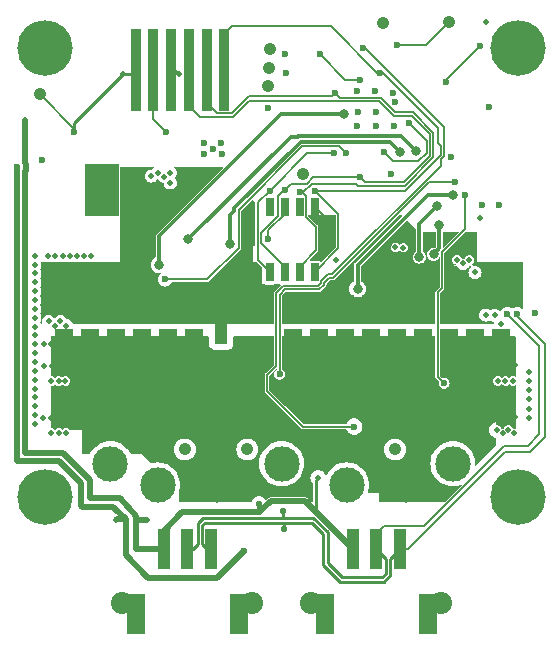
<source format=gbr>
%TF.GenerationSoftware,KiCad,Pcbnew,7.0.6*%
%TF.CreationDate,2023-08-06T04:21:24+10:00*%
%TF.ProjectId,controller,636f6e74-726f-46c6-9c65-722e6b696361,rev?*%
%TF.SameCoordinates,Original*%
%TF.FileFunction,Copper,L4,Bot*%
%TF.FilePolarity,Positive*%
%FSLAX46Y46*%
G04 Gerber Fmt 4.6, Leading zero omitted, Abs format (unit mm)*
G04 Created by KiCad (PCBNEW 7.0.6) date 2023-08-06 04:21:24*
%MOMM*%
%LPD*%
G01*
G04 APERTURE LIST*
%TA.AperFunction,SMDPad,CuDef*%
%ADD10R,0.700000X1.550000*%
%TD*%
%TA.AperFunction,ComponentPad*%
%ADD11C,1.050000*%
%TD*%
%TA.AperFunction,ComponentPad*%
%ADD12C,4.700000*%
%TD*%
%TA.AperFunction,ComponentPad*%
%ADD13C,3.000000*%
%TD*%
%TA.AperFunction,ComponentPad*%
%ADD14C,1.875000*%
%TD*%
%TA.AperFunction,ComponentPad*%
%ADD15C,0.600000*%
%TD*%
%TA.AperFunction,SMDPad,CuDef*%
%ADD16R,2.950000X4.500000*%
%TD*%
%TA.AperFunction,SMDPad,CuDef*%
%ADD17R,1.600000X0.900000*%
%TD*%
%TA.AperFunction,SMDPad,CuDef*%
%ADD18R,1.000000X3.500000*%
%TD*%
%TA.AperFunction,SMDPad,CuDef*%
%ADD19R,1.500000X3.400000*%
%TD*%
%TA.AperFunction,SMDPad,CuDef*%
%ADD20R,0.850000X7.000000*%
%TD*%
%TA.AperFunction,ViaPad*%
%ADD21C,0.600000*%
%TD*%
%TA.AperFunction,ViaPad*%
%ADD22C,0.508000*%
%TD*%
%TA.AperFunction,ViaPad*%
%ADD23C,0.800000*%
%TD*%
%TA.AperFunction,ViaPad*%
%ADD24C,0.553200*%
%TD*%
%TA.AperFunction,Conductor*%
%ADD25C,0.200000*%
%TD*%
%TA.AperFunction,Conductor*%
%ADD26C,0.500000*%
%TD*%
%TA.AperFunction,Conductor*%
%ADD27C,0.254000*%
%TD*%
%TA.AperFunction,Conductor*%
%ADD28C,0.380000*%
%TD*%
%TA.AperFunction,Conductor*%
%ADD29C,0.406400*%
%TD*%
%TA.AperFunction,Conductor*%
%ADD30C,0.215900*%
%TD*%
G04 APERTURE END LIST*
D10*
%TO.P,IC4,1,VDD5V*%
%TO.N,unconnected-(IC4-VDD5V-Pad1)*%
X147476184Y-95013816D03*
%TO.P,IC4,2,VDD3V3*%
%TO.N,+3V3*%
X148746184Y-95013816D03*
%TO.P,IC4,3,OUT*%
%TO.N,unconnected-(IC4-OUT-Pad3)*%
X150016184Y-95013816D03*
%TO.P,IC4,4,GND*%
%TO.N,GND*%
X151286184Y-95013816D03*
%TO.P,IC4,5,PGO*%
%TO.N,/AS5047_PGO*%
X151286184Y-100463816D03*
%TO.P,IC4,6,SDA*%
%TO.N,/AS5047_SDA*%
X150016184Y-100463816D03*
%TO.P,IC4,7,SCL*%
%TO.N,/AS5047_SCL*%
X148746184Y-100463816D03*
%TO.P,IC4,8,DIR*%
%TO.N,/AS5047_DIR*%
X147476184Y-100463816D03*
%TD*%
D11*
%TO.P,DG2,P$1,P$1*%
%TO.N,GND*%
X157060000Y-79430000D03*
%TD*%
D12*
%TO.P,M1,1*%
%TO.N,N/C*%
X128501100Y-81503600D03*
%TD*%
D13*
%TO.P,C0,1,P$1*%
%TO.N,/SHC*%
X163001100Y-116703600D03*
%TD*%
%TO.P,J1,1,1*%
%TO.N,V+*%
X159001100Y-118503600D03*
%TO.P,J1,2,2*%
%TO.N,GND*%
X154001100Y-118503600D03*
D14*
%TO.P,J1,M1*%
%TO.N,N/C*%
X162001100Y-128503600D03*
%TO.P,J1,M2*%
X151001100Y-128503600D03*
%TD*%
D13*
%TO.P,J2,1,1*%
%TO.N,V+*%
X143001100Y-118503600D03*
%TO.P,J2,2,2*%
%TO.N,GND*%
X138001100Y-118503600D03*
D14*
%TO.P,J2,M1*%
%TO.N,N/C*%
X146001100Y-128503600D03*
%TO.P,J2,M2*%
X135001100Y-128503600D03*
%TD*%
D13*
%TO.P,B0,1,P$1*%
%TO.N,/SHB*%
X148501100Y-116703600D03*
%TD*%
D11*
%TO.P,TEMP1,P$1,P$1*%
%TO.N,+3V3*%
X147490000Y-81570000D03*
%TD*%
%TO.P,DA0,P$1,P$1*%
%TO.N,/SHA*%
X140301100Y-115503600D03*
%TD*%
%TO.P,DBG1,P$1,P$1*%
%TO.N,/DEBUG1*%
X147400000Y-83250000D03*
%TD*%
D12*
%TO.P,M2,1*%
%TO.N,N/C*%
X168501100Y-81503600D03*
%TD*%
D11*
%TO.P,DC0,P$1,P$1*%
%TO.N,/SHC*%
X158101100Y-115503600D03*
%TD*%
D15*
%TO.P,U1,9,GNDPAD*%
%TO.N,GND*%
X132650000Y-91720000D03*
X132650000Y-92920000D03*
X132650000Y-94220000D03*
X132650000Y-95320000D03*
D16*
X133250000Y-93520000D03*
D15*
X133850000Y-91720000D03*
X133850000Y-92920000D03*
X133850000Y-94220000D03*
X133850000Y-95320000D03*
%TD*%
D13*
%TO.P,A0,1,P$1*%
%TO.N,/SHA*%
X134001100Y-116703600D03*
%TD*%
D11*
%TO.P,TEMP2,P$1,P$1*%
%TO.N,/VTEMP_MOT*%
X162701100Y-79303600D03*
%TD*%
D12*
%TO.P,M3,1*%
%TO.N,N/C*%
X128501100Y-119503600D03*
%TD*%
D11*
%TO.P,DBG2,P$1,P$1*%
%TO.N,/DEBUG2*%
X147310000Y-84750000D03*
%TD*%
%TO.P,D33,P$1,P$1*%
%TO.N,+3V3*%
X128001100Y-85403600D03*
%TD*%
%TO.P,DAC0,P$1,P$1*%
%TO.N,/DAC*%
X150280000Y-92180000D03*
%TD*%
D12*
%TO.P,M4,1*%
%TO.N,N/C*%
X168501100Y-119503600D03*
%TD*%
D11*
%TO.P,DB0,P$1,P$1*%
%TO.N,/SHB*%
X145601100Y-115503600D03*
%TD*%
D17*
%TO.P,C47,P$1,P$1*%
%TO.N,V+*%
X151701100Y-105753600D03*
%TO.P,C47,P$2,P$2*%
%TO.N,GND*%
X151701100Y-102853600D03*
%TD*%
D18*
%TO.P,CAN1,1,1*%
%TO.N,/CAN_P*%
X142501100Y-123923600D03*
%TO.P,CAN1,2,2*%
%TO.N,/CAN_N*%
X140501100Y-123923600D03*
%TO.P,CAN1,3,3*%
%TO.N,GND*%
X138501100Y-123923600D03*
D19*
%TO.P,CAN1,S1*%
%TO.N,N/C*%
X136151100Y-129473600D03*
%TO.P,CAN1,S2*%
X144851100Y-129473600D03*
%TD*%
D17*
%TO.P,C43,P$1,P$1*%
%TO.N,V+*%
X160501100Y-105753600D03*
%TO.P,C43,P$2,P$2*%
%TO.N,GND*%
X160501100Y-102853600D03*
%TD*%
%TO.P,C40,P$1,P$1*%
%TO.N,V+*%
X167101100Y-105753600D03*
%TO.P,C40,P$2,P$2*%
%TO.N,GND*%
X167101100Y-102853600D03*
%TD*%
D20*
%TO.P,ENC0,1,1*%
%TO.N,+3V3*%
X136151100Y-83353600D03*
%TO.P,ENC0,2,2*%
%TO.N,/AS5047_DIR*%
X137651100Y-83353600D03*
%TO.P,ENC0,3,3*%
%TO.N,GND*%
X139151100Y-83353600D03*
%TO.P,ENC0,4,4*%
%TO.N,/AS5047_SCL*%
X140651100Y-83353600D03*
%TO.P,ENC0,5,5*%
%TO.N,/AS5047_SDA*%
X142151100Y-83353600D03*
%TO.P,ENC0,6,6*%
%TO.N,/AS5047_PGO*%
X143651100Y-83353600D03*
%TD*%
D17*
%TO.P,C48,P$1,P$1*%
%TO.N,V+*%
X149501100Y-105753600D03*
%TO.P,C48,P$2,P$2*%
%TO.N,GND*%
X149501100Y-102853600D03*
%TD*%
D18*
%TO.P,CAN2,1,1*%
%TO.N,/CAN_P*%
X158501100Y-123923600D03*
%TO.P,CAN2,2,2*%
%TO.N,/CAN_N*%
X156501100Y-123923600D03*
%TO.P,CAN2,3,3*%
%TO.N,GND*%
X154501100Y-123923600D03*
D19*
%TO.P,CAN2,S1*%
%TO.N,N/C*%
X152151100Y-129473600D03*
%TO.P,CAN2,S2*%
X160851100Y-129473600D03*
%TD*%
D17*
%TO.P,C53,P$1,P$1*%
%TO.N,V+*%
X132301100Y-105753600D03*
%TO.P,C53,P$2,P$2*%
%TO.N,GND*%
X132301100Y-102853600D03*
%TD*%
%TO.P,C51,P$1,P$1*%
%TO.N,V+*%
X136701100Y-105753600D03*
%TO.P,C51,P$2,P$2*%
%TO.N,GND*%
X136701100Y-102853600D03*
%TD*%
%TO.P,C42,P$1,P$1*%
%TO.N,V+*%
X162701100Y-105753600D03*
%TO.P,C42,P$2,P$2*%
%TO.N,GND*%
X162701100Y-102853600D03*
%TD*%
%TO.P,C45,P$1,P$1*%
%TO.N,V+*%
X156101100Y-105753600D03*
%TO.P,C45,P$2,P$2*%
%TO.N,GND*%
X156101100Y-102853600D03*
%TD*%
%TO.P,C49,P$1,P$1*%
%TO.N,V+*%
X141101100Y-105753600D03*
%TO.P,C49,P$2,P$2*%
%TO.N,GND*%
X141101100Y-102853600D03*
%TD*%
%TO.P,C54,P$1,P$1*%
%TO.N,V+*%
X130101100Y-105753600D03*
%TO.P,C54,P$2,P$2*%
%TO.N,GND*%
X130101100Y-102853600D03*
%TD*%
%TO.P,C52,P$1,P$1*%
%TO.N,V+*%
X134501100Y-105753600D03*
%TO.P,C52,P$2,P$2*%
%TO.N,GND*%
X134501100Y-102853600D03*
%TD*%
%TO.P,C44,P$1,P$1*%
%TO.N,V+*%
X158301100Y-105753600D03*
%TO.P,C44,P$2,P$2*%
%TO.N,GND*%
X158301100Y-102853600D03*
%TD*%
%TO.P,C41,P$1,P$1*%
%TO.N,V+*%
X164901100Y-105753600D03*
%TO.P,C41,P$2,P$2*%
%TO.N,GND*%
X164901100Y-102853600D03*
%TD*%
%TO.P,C50,P$1,P$1*%
%TO.N,V+*%
X138901100Y-105753600D03*
%TO.P,C50,P$2,P$2*%
%TO.N,GND*%
X138901100Y-102853600D03*
%TD*%
%TO.P,C46,P$1,P$1*%
%TO.N,V+*%
X153901100Y-105753600D03*
%TO.P,C46,P$2,P$2*%
%TO.N,GND*%
X153901100Y-102853600D03*
%TD*%
D21*
%TO.N,+3V3*%
X162400000Y-84420000D03*
X147360000Y-97670000D03*
D22*
X165276100Y-95913600D03*
D21*
X155150000Y-84200000D03*
D22*
X134501100Y-121503600D03*
D21*
X157150000Y-90310000D03*
X159260000Y-87840000D03*
X145288000Y-124104400D03*
X130960000Y-88640000D03*
X151750000Y-82060000D03*
X126084000Y-91603600D03*
X165270000Y-81340000D03*
D22*
X135101100Y-83703600D03*
D21*
%TO.N,/SHA*%
X153935776Y-90433364D03*
X138660000Y-101110000D03*
%TO.N,/SHB*%
X148330000Y-109140000D03*
X163209192Y-92849192D03*
%TO.N,/SHC*%
X164015000Y-93995000D03*
X162258886Y-109911386D03*
%TO.N,/VTEMP_FET*%
X155370000Y-81520000D03*
X154640000Y-113570000D03*
%TO.N,/AS5047_SDA*%
X153050736Y-85310734D03*
X150020000Y-93748900D03*
D22*
%TO.N,V+*%
X150151100Y-106903600D03*
X153401100Y-106903600D03*
X137463600Y-92358900D03*
X132301100Y-106553600D03*
X133801100Y-106903600D03*
X129701100Y-108453600D03*
X134801100Y-106903600D03*
X166530000Y-104150000D03*
X150801100Y-106903600D03*
X149501100Y-106903600D03*
X127601100Y-105853600D03*
X131751100Y-99103600D03*
X165790000Y-104130000D03*
X127601100Y-105103600D03*
X153120000Y-99480000D03*
X134301100Y-106553600D03*
X127601100Y-102103600D03*
X129590800Y-106553000D03*
X128301100Y-112853600D03*
X131343400Y-106527600D03*
X127601100Y-108103600D03*
X166751100Y-108653600D03*
X127601100Y-103603600D03*
X158140000Y-98400000D03*
X163347400Y-99441000D03*
X152751100Y-106303600D03*
X129001100Y-106553600D03*
X151451100Y-106303600D03*
X128751100Y-99103600D03*
X128951100Y-112853600D03*
X127601100Y-99853600D03*
X129351100Y-99103600D03*
X132351100Y-99103600D03*
X167251100Y-112753600D03*
X128776100Y-104668600D03*
X157401100Y-106903600D03*
X169451100Y-109703600D03*
X127601100Y-108853600D03*
X157401100Y-106303600D03*
X127601100Y-111853600D03*
X139060000Y-92070000D03*
X152101100Y-106303600D03*
X168301100Y-108353600D03*
X163851100Y-99753600D03*
X130351100Y-108453600D03*
X158701100Y-106903600D03*
X156751100Y-106303600D03*
X164401100Y-99453600D03*
X127601100Y-102853600D03*
X133301100Y-106553600D03*
X169451100Y-112853600D03*
X130276100Y-105018600D03*
X150801100Y-106303600D03*
X156101100Y-106903600D03*
X128401100Y-108453600D03*
X150164800Y-106299000D03*
X127601100Y-111103600D03*
X138013600Y-92058900D03*
X152101100Y-106903600D03*
X158810000Y-98410000D03*
X127601100Y-107353600D03*
X127601100Y-100603600D03*
X127601100Y-99103600D03*
X168251100Y-112753600D03*
X130801100Y-106903600D03*
X129776100Y-104668600D03*
X138563600Y-92408900D03*
X167751100Y-113003600D03*
X132801100Y-106903600D03*
X127601100Y-109603600D03*
X169451100Y-110453600D03*
X167101102Y-105753599D03*
X127601100Y-106603600D03*
X155451100Y-106903600D03*
X127601100Y-104353600D03*
X153401100Y-106303600D03*
X139060000Y-92930000D03*
X151451100Y-106903600D03*
X169451100Y-112053600D03*
X129276100Y-105018600D03*
X167060000Y-104860000D03*
X131151100Y-99103600D03*
X135301100Y-106553600D03*
X164871400Y-100507800D03*
X131801100Y-106903600D03*
X129051100Y-108453600D03*
X167801100Y-108653600D03*
X129971800Y-99110800D03*
X167301100Y-108353600D03*
X156743400Y-106908600D03*
X156101100Y-106303600D03*
X127601100Y-110353600D03*
X158051100Y-106903600D03*
X130251100Y-112853600D03*
X127601100Y-113353600D03*
X169451100Y-111253600D03*
X130200400Y-106553000D03*
X129601100Y-112853600D03*
X152751100Y-106903600D03*
X155451100Y-106303600D03*
X130551100Y-99103600D03*
X127601100Y-112603600D03*
X128397000Y-106553000D03*
X127601100Y-101353600D03*
X169451100Y-108953600D03*
D23*
%TO.N,/GLA*%
X159880000Y-90240000D03*
X140589997Y-97690006D03*
%TO.N,/GLB*%
X144111808Y-98121684D03*
X158520000Y-90310000D03*
%TO.N,/GLC*%
X161850000Y-96530000D03*
X161360000Y-98980000D03*
%TO.N,/GHA*%
X138130000Y-99880000D03*
X153740000Y-87130000D03*
%TO.N,/GHB*%
X163030676Y-93921259D03*
X154930000Y-101900000D03*
%TO.N,/GHC*%
X160150000Y-99220000D03*
X161689998Y-94850000D03*
D22*
%TO.N,GND*%
X126801100Y-87603600D03*
X133751100Y-103603600D03*
X135301100Y-102003600D03*
D21*
X164290000Y-104580000D03*
D22*
X165801100Y-79303600D03*
X157440000Y-103890000D03*
X129301100Y-100453600D03*
D21*
X148770000Y-82010000D03*
D22*
X137680000Y-95740000D03*
X166801100Y-109703600D03*
D21*
X169920000Y-103920000D03*
D22*
X134899400Y-101574600D03*
X145251100Y-104603600D03*
D21*
X162852209Y-90752371D03*
D22*
X133551100Y-102003600D03*
X150310000Y-103780000D03*
X130951100Y-100153600D03*
X134901100Y-103603600D03*
X129351100Y-103603600D03*
X129901100Y-103803600D03*
X153390000Y-103820000D03*
X163951100Y-98403600D03*
D21*
X148890000Y-83660000D03*
D22*
X152760000Y-103800000D03*
D21*
X128250000Y-90984659D03*
D22*
X167451100Y-109703600D03*
X135151100Y-100103600D03*
X130451100Y-103603600D03*
X129001100Y-114103600D03*
X152090000Y-103810000D03*
X168101100Y-109703600D03*
X147401100Y-103403600D03*
X139801100Y-83753600D03*
X146001100Y-102253600D03*
D21*
X142669998Y-90029999D03*
D22*
X156251100Y-101903600D03*
X134401100Y-102003600D03*
X149650000Y-103750000D03*
X128751100Y-100153600D03*
D21*
X152670000Y-96350000D03*
D22*
X147251100Y-102253600D03*
X147401100Y-102803600D03*
X131001100Y-103853600D03*
X133197600Y-103886000D03*
D21*
X166890000Y-94820000D03*
X141950000Y-90470000D03*
D22*
X133151100Y-100153600D03*
X164551100Y-102103600D03*
D21*
X156440000Y-85131100D03*
D22*
X132601100Y-100453600D03*
D21*
X143390000Y-89580000D03*
D24*
X146601100Y-120153600D03*
D22*
X137670000Y-94190000D03*
X130251100Y-114103600D03*
X129851100Y-100153600D03*
X132651100Y-103603600D03*
X151601100Y-117903600D03*
X168201100Y-114153600D03*
X131551100Y-103603600D03*
X142701100Y-104253600D03*
D21*
X141950000Y-89600000D03*
D22*
X162601100Y-97453600D03*
X138460000Y-94180000D03*
X156760000Y-103860000D03*
X163301100Y-98403600D03*
D21*
X156470000Y-86930000D03*
D22*
X155751100Y-101503600D03*
X134351100Y-103853600D03*
X163551100Y-101603600D03*
X129651100Y-114103600D03*
D21*
X154990000Y-86940000D03*
D22*
X156490000Y-99740000D03*
X137101100Y-121503600D03*
X129001100Y-109703600D03*
X132101100Y-103853600D03*
D21*
X165470000Y-94770000D03*
D22*
X135151100Y-100803600D03*
X163901100Y-102103600D03*
X131501100Y-100453600D03*
X145851100Y-104603600D03*
X132051100Y-100153600D03*
X156801100Y-101503600D03*
X157301100Y-101903600D03*
D21*
X154860000Y-88100000D03*
X157800000Y-92160000D03*
D22*
X130201100Y-109703600D03*
X157851100Y-101503600D03*
D21*
X158120000Y-86070000D03*
D22*
X150990000Y-103790000D03*
D21*
X156470000Y-88100000D03*
D22*
X166701100Y-113853600D03*
D21*
X157891452Y-85298548D03*
D22*
X129616200Y-109702600D03*
X133951100Y-101553600D03*
X164251100Y-101603600D03*
X143351100Y-103653600D03*
X128801100Y-103853600D03*
X138500000Y-95770000D03*
X167201100Y-114153600D03*
X146330000Y-101730000D03*
D21*
X143410000Y-90500000D03*
D22*
X156490000Y-100490000D03*
X142701100Y-103653600D03*
X143351100Y-104253600D03*
X157190000Y-100490000D03*
X130401100Y-100453600D03*
X134401100Y-100803600D03*
D21*
X154894265Y-85131100D03*
D22*
X143357600Y-105537000D03*
X146601100Y-102253600D03*
D21*
X158010000Y-88100000D03*
D22*
X167701100Y-113853600D03*
D21*
X166080000Y-86540000D03*
D22*
X134401100Y-100103600D03*
X163201100Y-102103600D03*
D21*
X147370000Y-86620000D03*
D22*
X143351100Y-106153600D03*
X157190000Y-99740000D03*
D21*
%TO.N,/CAN_P*%
X168440000Y-104012895D03*
D24*
X148701100Y-122203600D03*
%TO.N,/CAN_N*%
X148601100Y-120703600D03*
D21*
X167590000Y-104012895D03*
%TO.N,/AS5047_SCL*%
X148750000Y-93570000D03*
X155157516Y-92477411D03*
%TO.N,/AS5047_DIR*%
X152954618Y-90430676D03*
X138730000Y-88628900D03*
X147480000Y-93579998D03*
%TO.N,/AS5047_PGO*%
X156825735Y-83600000D03*
X151308499Y-93615758D03*
%TO.N,/VTEMP_MOT*%
X158250000Y-81280000D03*
%TD*%
D25*
%TO.N,+3V3*%
X162400000Y-84420000D02*
X162400000Y-84210000D01*
D26*
X126101100Y-116503600D02*
X126101100Y-91603600D01*
D27*
X136151100Y-83353600D02*
X135801100Y-83703600D01*
D26*
X134601100Y-121403600D02*
X135301100Y-121403600D01*
D27*
X130960000Y-87844700D02*
X130960000Y-88640000D01*
X135101100Y-83703600D02*
X130960000Y-87844700D01*
D26*
X131501100Y-120303600D02*
X131501100Y-118353600D01*
D25*
X153890000Y-84200000D02*
X151750000Y-82060000D01*
D26*
X129651100Y-116503600D02*
X126101100Y-116503600D01*
X135301100Y-121403600D02*
X134401100Y-120553600D01*
D25*
X157150000Y-90310000D02*
X157930000Y-91090000D01*
X128001100Y-85403600D02*
X130960000Y-88362500D01*
D26*
X134501100Y-121503600D02*
X134601100Y-121403600D01*
X131501100Y-118353600D02*
X129651100Y-116503600D01*
X142988800Y-126403600D02*
X137201100Y-126403600D01*
X126101100Y-91603600D02*
X126084000Y-91603600D01*
D25*
X148746184Y-95013816D02*
X148746184Y-95573816D01*
D26*
X134251100Y-120403600D02*
X131601100Y-120403600D01*
D25*
X155150000Y-84200000D02*
X153890000Y-84200000D01*
X130960000Y-88362500D02*
X130960000Y-88640000D01*
D26*
X134401100Y-120553600D02*
X134251100Y-120403600D01*
D27*
X135801100Y-83703600D02*
X135101100Y-83703600D01*
D25*
X160062376Y-91090000D02*
X160770766Y-90381610D01*
X157930000Y-91090000D02*
X160062376Y-91090000D01*
X160770766Y-90381610D02*
X160770766Y-89350766D01*
D26*
X137201100Y-126403600D02*
X135301100Y-124403600D01*
D25*
X160770766Y-89350766D02*
X159260000Y-87840000D01*
X147360000Y-96960000D02*
X147360000Y-97670000D01*
D26*
X131601100Y-120403600D02*
X131501100Y-120303600D01*
D25*
X148746184Y-95573816D02*
X147360000Y-96960000D01*
D26*
X135301100Y-124403600D02*
X135301100Y-121403600D01*
D25*
X162400000Y-84210000D02*
X165270000Y-81340000D01*
D26*
X145288000Y-124104400D02*
X142988800Y-126403600D01*
D25*
%TO.N,/SHA*%
X142220000Y-101110000D02*
X138660000Y-101110000D01*
X144860000Y-98470000D02*
X142220000Y-101110000D01*
X150259324Y-89830676D02*
X144860000Y-95230000D01*
X153935776Y-90433364D02*
X153333088Y-89830676D01*
X144860000Y-95230000D02*
X144860000Y-98470000D01*
X153333088Y-89830676D02*
X150259324Y-89830676D01*
%TO.N,/SHB*%
X148340000Y-102386900D02*
X148766900Y-101960000D01*
X152889666Y-100978900D02*
X161019374Y-92849192D01*
X152527462Y-100978900D02*
X152889666Y-100978900D01*
X161019374Y-92849192D02*
X163209192Y-92849192D01*
X152113984Y-101392378D02*
X152527462Y-100978900D01*
X152113984Y-101547382D02*
X152113984Y-101392378D01*
X148766900Y-101960000D02*
X151701366Y-101960000D01*
X151701366Y-101960000D02*
X152113984Y-101547382D01*
X148330000Y-109140000D02*
X148340000Y-109130000D01*
X148340000Y-109130000D02*
X148340000Y-102386900D01*
%TO.N,/SHC*%
X162090000Y-98791062D02*
X162090000Y-101836900D01*
X162090000Y-101836900D02*
X161712200Y-102214700D01*
X161712200Y-102214700D02*
X161712200Y-109364700D01*
X164015000Y-93995000D02*
X164015000Y-96866062D01*
X161712200Y-109364700D02*
X162258886Y-109911386D01*
X164015000Y-96866062D02*
X162090000Y-98791062D01*
%TO.N,/VTEMP_FET*%
X147250000Y-110529999D02*
X150290001Y-113570000D01*
X150290001Y-113570000D02*
X154640000Y-113570000D01*
X152407796Y-100690000D02*
X151825084Y-101272712D01*
X155370000Y-81520000D02*
X155594264Y-81520000D01*
X151581700Y-101671100D02*
X148647234Y-101671100D01*
X151825084Y-101427716D02*
X151581700Y-101671100D01*
X152770000Y-100690000D02*
X152407796Y-100690000D01*
X151825084Y-101272712D02*
X151825084Y-101427716D01*
X148647234Y-101671100D02*
X148050000Y-102268334D01*
X162255600Y-90688664D02*
X161996700Y-90947564D01*
X147250000Y-109221471D02*
X147250000Y-110529999D01*
X155594264Y-81520000D02*
X162255600Y-88181336D01*
X162255600Y-88181336D02*
X162255600Y-90688664D01*
X148050000Y-108421471D02*
X147250000Y-109221471D01*
X148050000Y-102268334D02*
X148050000Y-108421471D01*
X161996700Y-90947564D02*
X161996700Y-91463300D01*
X161996700Y-91463300D02*
X152770000Y-100690000D01*
%TO.N,/AS5047_SDA*%
X150555084Y-94049916D02*
X150254068Y-93748900D01*
X161348566Y-90778566D02*
X161348566Y-88671471D01*
X151417134Y-98637866D02*
X151417134Y-96647566D01*
X142151100Y-83353600D02*
X142151100Y-86156400D01*
X158958232Y-93168900D02*
X161348566Y-90778566D01*
X150016184Y-100463816D02*
X150016184Y-100038816D01*
X154822260Y-92990684D02*
X155000476Y-93168900D01*
X151417134Y-96647566D02*
X150555084Y-95785516D01*
X153471102Y-85731100D02*
X153050736Y-85310734D01*
X156899666Y-85731100D02*
X153471102Y-85731100D01*
X161348566Y-88671471D02*
X159628195Y-86951100D01*
X145717500Y-85590000D02*
X152771470Y-85590000D01*
X150016184Y-100038816D02*
X151417134Y-98637866D01*
X143037200Y-87042500D02*
X144265000Y-87042500D01*
X155000476Y-93168900D02*
X158958232Y-93168900D01*
X150555084Y-95785516D02*
X150555084Y-94049916D01*
X150254068Y-93748900D02*
X150020000Y-93748900D01*
X158119666Y-86951100D02*
X156899666Y-85731100D01*
X152771470Y-85590000D02*
X153050736Y-85310734D01*
X144265000Y-87042500D02*
X145717500Y-85590000D01*
X150020000Y-93748900D02*
X150286393Y-93748900D01*
X150286393Y-93748900D02*
X151044609Y-92990684D01*
X151044609Y-92990684D02*
X154822260Y-92990684D01*
X159628195Y-86951100D02*
X158119666Y-86951100D01*
X142151100Y-86156400D02*
X143037200Y-87042500D01*
D28*
%TO.N,/GLA*%
X150848830Y-88982200D02*
X150848154Y-88982876D01*
X158622200Y-88982200D02*
X150848830Y-88982200D01*
X159880000Y-90240000D02*
X158622200Y-88982200D01*
X149908154Y-88982876D02*
X149868830Y-89022199D01*
X150848154Y-88982876D02*
X149908154Y-88982876D01*
X149868830Y-89022199D02*
X149257804Y-89022199D01*
X149257804Y-89022199D02*
X140589997Y-97690006D01*
%TO.N,/GLB*%
X150102378Y-89451776D02*
X144481100Y-95073054D01*
X151042378Y-89451776D02*
X150102378Y-89451776D01*
X157661100Y-89451100D02*
X151043054Y-89451100D01*
X158520000Y-90310000D02*
X157661100Y-89451100D01*
X144481099Y-95288901D02*
X144111808Y-95658192D01*
X144481100Y-95073054D02*
X144481099Y-95288901D01*
X151043054Y-89451100D02*
X151042378Y-89451776D01*
X144111808Y-95658192D02*
X144111808Y-98121684D01*
%TO.N,/GLC*%
X161850000Y-98490000D02*
X161850000Y-96530000D01*
X161360000Y-98980000D02*
X161850000Y-98490000D01*
%TO.N,/GHA*%
X138130000Y-99880000D02*
X138130000Y-97463114D01*
X138130000Y-97463114D02*
X148463114Y-87130000D01*
X148463114Y-87130000D02*
X153740000Y-87130000D01*
%TO.N,/GHB*%
X154930000Y-99869082D02*
X160877823Y-93921259D01*
X160877823Y-93921259D02*
X163030676Y-93921259D01*
X154930000Y-101900000D02*
X154930000Y-99869082D01*
%TO.N,/GHC*%
X160150000Y-96389998D02*
X161689998Y-94850000D01*
X160150000Y-99220000D02*
X160150000Y-96389998D01*
D26*
%TO.N,GND*%
X126801100Y-91939371D02*
X126801100Y-115803600D01*
X154501100Y-123898600D02*
X151381100Y-120778600D01*
X136201100Y-121103600D02*
X136201100Y-121503600D01*
X138501100Y-123923600D02*
X138501100Y-122403600D01*
X126801100Y-91267829D02*
X126833500Y-91300229D01*
X126801100Y-115803600D02*
X129976100Y-115803600D01*
D25*
X151333816Y-95013816D02*
X152670000Y-96350000D01*
D26*
X126833500Y-91906971D02*
X126801100Y-91939371D01*
X146601100Y-120803600D02*
X147601100Y-119903600D01*
D29*
X146601100Y-120153600D02*
X146601100Y-120803600D01*
D27*
X151381100Y-120778600D02*
X151381100Y-118123600D01*
D26*
X136201100Y-123923600D02*
X136201100Y-121503600D01*
X154501100Y-123898600D02*
X154501100Y-123923600D01*
D27*
X139151100Y-83353600D02*
X139401100Y-83353600D01*
D26*
X132251100Y-118078600D02*
X132251100Y-119653600D01*
D27*
X139401100Y-83353600D02*
X139801100Y-83753600D01*
D26*
X137101100Y-121503600D02*
X136201100Y-121503600D01*
X126833500Y-91300229D02*
X126833500Y-91906971D01*
X126801100Y-87603600D02*
X126801100Y-91267829D01*
X138501100Y-122403600D02*
X140101100Y-120803600D01*
X129976100Y-115803600D02*
X132251100Y-118078600D01*
D25*
X151286184Y-95013816D02*
X151333816Y-95013816D01*
D26*
X147601100Y-119903600D02*
X150481100Y-119903600D01*
X132251100Y-119653600D02*
X134795041Y-119653600D01*
D27*
X151381100Y-118123600D02*
X151601100Y-117903600D01*
D26*
X138501100Y-123923600D02*
X136201100Y-123923600D01*
X140101100Y-120803600D02*
X146601100Y-120803600D01*
X150481100Y-119903600D02*
X151381100Y-120803600D01*
D27*
X151381100Y-120803600D02*
X151381100Y-120778600D01*
D26*
X134795041Y-119653600D02*
X136201100Y-121103600D01*
D30*
%TO.N,/CAN_P*%
X148701100Y-121701300D02*
X148712350Y-121690050D01*
X141987119Y-121690050D02*
X148712350Y-121690050D01*
D25*
X167455000Y-115685000D02*
X169513200Y-115685000D01*
X170775000Y-106561498D02*
X168440000Y-104226498D01*
D30*
X151030081Y-121690050D02*
X148712350Y-121690050D01*
D25*
X169513200Y-115685000D02*
X170775000Y-114423200D01*
X168440000Y-104226498D02*
X168440000Y-104012895D01*
X158501100Y-123923600D02*
X159216400Y-123923600D01*
D30*
X151030081Y-121690050D02*
X152014650Y-122674618D01*
X157687550Y-126174618D02*
X157162118Y-126700050D01*
X141787550Y-121889618D02*
X141787550Y-123518600D01*
D25*
X170775000Y-114423200D02*
X170775000Y-106561498D01*
D30*
X157687550Y-124737150D02*
X157687550Y-126174618D01*
X152014650Y-125274618D02*
X152014650Y-122674618D01*
X141787550Y-121889618D02*
X141987119Y-121690050D01*
X158501100Y-123923600D02*
X157687550Y-124737150D01*
X153440081Y-126700050D02*
X152014650Y-125274618D01*
X148701100Y-122203600D02*
X148701100Y-121701300D01*
X157162118Y-126700050D02*
X153440081Y-126700050D01*
X141787550Y-123518600D02*
X142192550Y-123923600D01*
X142192550Y-123923600D02*
X142501100Y-123923600D01*
D25*
X159216400Y-123923600D02*
X167455000Y-115685000D01*
D30*
%TO.N,/CAN_N*%
X148601100Y-121277300D02*
X148564450Y-121313950D01*
D25*
X170325000Y-114236800D02*
X170325000Y-106747895D01*
D30*
X157314650Y-124737150D02*
X157314650Y-126017581D01*
D25*
X156501100Y-122673600D02*
X157190000Y-121984700D01*
X157190000Y-121984700D02*
X160536734Y-121984700D01*
D30*
X148564450Y-121313950D02*
X148561250Y-121317150D01*
X151188918Y-121313950D02*
X148564450Y-121313950D01*
X152387550Y-122512581D02*
X151188918Y-121313950D01*
X157015081Y-126317150D02*
X153582118Y-126317150D01*
D25*
X160536734Y-121984700D02*
X167286434Y-115235000D01*
D30*
X153582118Y-126317150D02*
X152387550Y-125122581D01*
D25*
X167286434Y-115235000D02*
X169326800Y-115235000D01*
D30*
X148601100Y-120703600D02*
X148601100Y-121277300D01*
D25*
X156501100Y-123923600D02*
X156501100Y-122673600D01*
D30*
X141409650Y-121737581D02*
X141830082Y-121317150D01*
X141409650Y-121737581D02*
X141409650Y-123523600D01*
X152387550Y-125122581D02*
X152387550Y-122512581D01*
X156501100Y-123923600D02*
X157314650Y-124737150D01*
X141409650Y-123523600D02*
X141009650Y-123923600D01*
X141830082Y-121317150D02*
X148561250Y-121317150D01*
D25*
X170325000Y-106747895D02*
X167590000Y-104012895D01*
X169326800Y-115235000D02*
X170325000Y-114236800D01*
D30*
X157314650Y-126017581D02*
X157015081Y-126317150D01*
X141009650Y-123923600D02*
X140501100Y-123923600D01*
D25*
%TO.N,/AS5047_SCL*%
X158000000Y-87240000D02*
X159508529Y-87240000D01*
X140651100Y-86428600D02*
X141553900Y-87331400D01*
X144384666Y-87331400D02*
X145696066Y-86020000D01*
X145696066Y-86020000D02*
X156780000Y-86020000D01*
X155560105Y-92880000D02*
X155157516Y-92477411D01*
X158838566Y-92880000D02*
X155560105Y-92880000D01*
X150621727Y-93005000D02*
X149315000Y-93005000D01*
X151149316Y-92477411D02*
X150621727Y-93005000D01*
X146760000Y-97151434D02*
X148207284Y-95704150D01*
X148746184Y-100038816D02*
X146760000Y-98052632D01*
X149315000Y-93005000D02*
X148750000Y-93570000D01*
X155157516Y-92477411D02*
X151149316Y-92477411D01*
X148207284Y-94049916D02*
X148687200Y-93570000D01*
X156780000Y-86020000D02*
X158000000Y-87240000D01*
X146760000Y-98052632D02*
X146760000Y-97151434D01*
X148687200Y-93570000D02*
X148750000Y-93570000D01*
X161059666Y-90658900D02*
X158838566Y-92880000D01*
X140651100Y-83353600D02*
X140651100Y-86428600D01*
X141553900Y-87331400D02*
X144384666Y-87331400D01*
X148746184Y-100463816D02*
X148746184Y-100038816D01*
X148207284Y-95704150D02*
X148207284Y-94049916D01*
X161059666Y-88791137D02*
X161059666Y-90658900D01*
X159508529Y-87240000D02*
X161059666Y-88791137D01*
%TO.N,/AS5047_DIR*%
X150629322Y-90430676D02*
X152954618Y-90430676D01*
X137651100Y-83353600D02*
X137651100Y-87550000D01*
X147480000Y-93579998D02*
X150629322Y-90430676D01*
X137651100Y-87550000D02*
X138730000Y-88628900D01*
X147476184Y-100463816D02*
X146471100Y-99458732D01*
X146471100Y-99458732D02*
X146471100Y-94588898D01*
X146471100Y-94588898D02*
X147480000Y-93579998D01*
%TO.N,/AS5047_PGO*%
X153270000Y-98480000D02*
X153270000Y-95577259D01*
X153270000Y-95577259D02*
X151308499Y-93615758D01*
X157041434Y-83600000D02*
X156825735Y-83600000D01*
X161707800Y-90827898D02*
X161966700Y-90568998D01*
X143651100Y-80278600D02*
X144276100Y-79653600D01*
X151308499Y-93615758D02*
X158949940Y-93615758D01*
X151286184Y-100463816D02*
X153270000Y-98480000D01*
X161707800Y-89592102D02*
X161707800Y-88266366D01*
X144276100Y-79653600D02*
X152655070Y-79653600D01*
X161707800Y-90857898D02*
X161707800Y-90827898D01*
X156601470Y-83600000D02*
X156825735Y-83600000D01*
X161966700Y-90568998D02*
X161966700Y-89851002D01*
X161707800Y-88266366D02*
X157041434Y-83600000D01*
X158949940Y-93615758D02*
X161707800Y-90857898D01*
X152655070Y-79653600D02*
X156601470Y-83600000D01*
X143651100Y-83353600D02*
X143651100Y-80278600D01*
X161966700Y-89851002D02*
X161707800Y-89592102D01*
%TO.N,/VTEMP_MOT*%
X158250000Y-81280000D02*
X160724700Y-81280000D01*
X160724700Y-81280000D02*
X162701100Y-79303600D01*
%TD*%
%TA.AperFunction,Conductor*%
%TO.N,V+*%
G36*
X166614600Y-112291465D02*
G01*
X166614600Y-113200831D01*
X166467311Y-113237135D01*
X166467306Y-113237137D01*
X166393442Y-113275904D01*
X166326571Y-113311001D01*
X166326570Y-113311002D01*
X166326569Y-113311002D01*
X166207601Y-113416400D01*
X166124262Y-113537137D01*
X166117313Y-113547205D01*
X166062731Y-113691126D01*
X166060950Y-113695821D01*
X166041793Y-113853599D01*
X166060950Y-114011378D01*
X166060950Y-114011379D01*
X166060951Y-114011382D01*
X166117313Y-114159995D01*
X166207602Y-114290801D01*
X166326571Y-114396199D01*
X166467307Y-114470063D01*
X166591213Y-114500603D01*
X166610165Y-114514549D01*
X166614600Y-114530457D01*
X166614600Y-115217164D01*
X166605594Y-115238908D01*
X164946692Y-116897809D01*
X164924948Y-116906815D01*
X164903204Y-116897809D01*
X164894198Y-116876065D01*
X164894275Y-116873893D01*
X164906455Y-116703600D01*
X164887061Y-116432440D01*
X164860322Y-116309522D01*
X164829276Y-116166801D01*
X164829275Y-116166799D01*
X164734274Y-115912093D01*
X164734272Y-115912087D01*
X164603987Y-115673487D01*
X164441071Y-115455858D01*
X164248842Y-115263629D01*
X164031213Y-115100713D01*
X163792613Y-114970428D01*
X163792609Y-114970426D01*
X163792606Y-114970425D01*
X163537900Y-114875424D01*
X163537898Y-114875423D01*
X163272268Y-114817640D01*
X163272262Y-114817639D01*
X163272260Y-114817639D01*
X163001100Y-114798245D01*
X162729940Y-114817639D01*
X162729937Y-114817639D01*
X162729931Y-114817640D01*
X162464301Y-114875423D01*
X162464299Y-114875424D01*
X162209593Y-114970425D01*
X162209587Y-114970428D01*
X161970987Y-115100713D01*
X161970985Y-115100714D01*
X161970984Y-115100715D01*
X161938415Y-115125096D01*
X161753358Y-115263629D01*
X161561129Y-115455858D01*
X161398213Y-115673487D01*
X161385328Y-115697085D01*
X161267930Y-115912083D01*
X161267925Y-115912093D01*
X161172924Y-116166799D01*
X161172923Y-116166801D01*
X161115140Y-116432431D01*
X161115139Y-116432437D01*
X161115139Y-116432440D01*
X161095745Y-116703600D01*
X161110279Y-116906815D01*
X161115140Y-116974768D01*
X161172923Y-117240398D01*
X161172924Y-117240400D01*
X161267925Y-117495106D01*
X161267928Y-117495113D01*
X161398213Y-117733713D01*
X161561129Y-117951342D01*
X161753358Y-118143571D01*
X161970987Y-118306487D01*
X162209587Y-118436772D01*
X162388759Y-118503600D01*
X162464299Y-118531775D01*
X162464301Y-118531776D01*
X162711470Y-118585543D01*
X162729940Y-118589561D01*
X163001100Y-118608955D01*
X163272260Y-118589561D01*
X163416886Y-118558100D01*
X163537898Y-118531776D01*
X163537899Y-118531775D01*
X163537901Y-118531775D01*
X163698758Y-118471778D01*
X163722277Y-118472618D01*
X163738314Y-118489843D01*
X163737474Y-118513363D01*
X163731247Y-118522333D01*
X162295487Y-119958094D01*
X162273743Y-119967100D01*
X156768350Y-119967100D01*
X156746606Y-119958094D01*
X156737600Y-119936350D01*
X156737600Y-119217101D01*
X156737600Y-119217100D01*
X156737599Y-119217100D01*
X155807657Y-119217100D01*
X155785913Y-119208094D01*
X155776907Y-119186350D01*
X155778845Y-119175607D01*
X155829275Y-119040401D01*
X155887061Y-118774760D01*
X155906455Y-118503600D01*
X155887061Y-118232440D01*
X155849850Y-118061382D01*
X155829276Y-117966801D01*
X155829275Y-117966799D01*
X155805703Y-117903600D01*
X155734272Y-117712087D01*
X155603987Y-117473487D01*
X155441071Y-117255858D01*
X155248842Y-117063629D01*
X155031213Y-116900713D01*
X154792613Y-116770428D01*
X154792609Y-116770426D01*
X154792606Y-116770425D01*
X154537900Y-116675424D01*
X154537898Y-116675423D01*
X154272268Y-116617640D01*
X154272262Y-116617639D01*
X154272260Y-116617639D01*
X154001100Y-116598245D01*
X153729940Y-116617639D01*
X153729937Y-116617639D01*
X153729931Y-116617640D01*
X153464301Y-116675423D01*
X153464299Y-116675424D01*
X153209593Y-116770425D01*
X153209587Y-116770428D01*
X152970987Y-116900713D01*
X152970985Y-116900714D01*
X152970984Y-116900715D01*
X152935689Y-116927137D01*
X152753358Y-117063629D01*
X152561129Y-117255858D01*
X152398213Y-117473487D01*
X152386405Y-117495113D01*
X152276671Y-117696076D01*
X152258345Y-117710843D01*
X152234945Y-117708328D01*
X152220930Y-117692243D01*
X152214902Y-117676348D01*
X152184887Y-117597205D01*
X152094598Y-117466399D01*
X151975629Y-117361001D01*
X151834893Y-117287137D01*
X151834888Y-117287135D01*
X151680574Y-117249100D01*
X151680571Y-117249100D01*
X151521629Y-117249100D01*
X151521626Y-117249100D01*
X151367311Y-117287135D01*
X151367306Y-117287137D01*
X151293442Y-117325904D01*
X151226571Y-117361001D01*
X151226570Y-117361002D01*
X151226569Y-117361002D01*
X151107601Y-117466400D01*
X151017313Y-117597205D01*
X150960950Y-117745821D01*
X150941793Y-117903600D01*
X150960950Y-118061378D01*
X150960950Y-118061379D01*
X150960951Y-118061382D01*
X151017313Y-118209995D01*
X151107602Y-118340801D01*
X151154341Y-118382208D01*
X151164644Y-118403367D01*
X151164700Y-118405224D01*
X151164700Y-119217100D01*
X149489631Y-119217100D01*
X149461259Y-118344684D01*
X149531213Y-118306487D01*
X149748842Y-118143571D01*
X149941071Y-117951342D01*
X150103987Y-117733713D01*
X150234272Y-117495113D01*
X150329275Y-117240401D01*
X150387061Y-116974760D01*
X150406455Y-116703600D01*
X150387061Y-116432440D01*
X150360322Y-116309522D01*
X150329276Y-116166801D01*
X150329275Y-116166799D01*
X150234274Y-115912093D01*
X150234272Y-115912087D01*
X150103987Y-115673487D01*
X149976810Y-115503600D01*
X157170502Y-115503600D01*
X157190838Y-115697085D01*
X157250954Y-115882103D01*
X157250957Y-115882111D01*
X157348226Y-116050586D01*
X157348227Y-116050587D01*
X157348230Y-116050592D01*
X157478408Y-116195169D01*
X157544084Y-116242885D01*
X157635796Y-116309519D01*
X157635798Y-116309520D01*
X157635801Y-116309522D01*
X157813529Y-116388651D01*
X158003826Y-116429100D01*
X158198374Y-116429100D01*
X158388671Y-116388651D01*
X158566399Y-116309522D01*
X158723792Y-116195169D01*
X158853970Y-116050592D01*
X158951244Y-115882108D01*
X159011362Y-115697082D01*
X159031698Y-115503600D01*
X159011362Y-115310118D01*
X158951244Y-115125092D01*
X158919729Y-115070507D01*
X158853973Y-114956613D01*
X158853972Y-114956612D01*
X158853970Y-114956608D01*
X158723792Y-114812031D01*
X158666028Y-114770063D01*
X158566403Y-114697680D01*
X158563077Y-114696199D01*
X158388671Y-114618549D01*
X158388669Y-114618548D01*
X158388668Y-114618548D01*
X158198374Y-114578100D01*
X158003826Y-114578100D01*
X157813532Y-114618548D01*
X157813530Y-114618548D01*
X157635796Y-114697680D01*
X157478410Y-114812029D01*
X157478408Y-114812030D01*
X157478408Y-114812031D01*
X157348230Y-114956608D01*
X157348229Y-114956609D01*
X157348226Y-114956613D01*
X157250957Y-115125088D01*
X157250954Y-115125096D01*
X157190838Y-115310114D01*
X157170502Y-115503600D01*
X149976810Y-115503600D01*
X149941071Y-115455858D01*
X149748842Y-115263629D01*
X149531213Y-115100713D01*
X149402385Y-115030367D01*
X149352591Y-115003178D01*
X149281911Y-112829762D01*
X150129626Y-113677477D01*
X150135586Y-113685877D01*
X150138113Y-113691125D01*
X150138114Y-113691126D01*
X150162918Y-113710906D01*
X150164199Y-113712051D01*
X150171165Y-113719017D01*
X150175535Y-113721762D01*
X150179507Y-113724257D01*
X150180893Y-113725241D01*
X150205710Y-113745032D01*
X150211385Y-113746327D01*
X150220906Y-113750269D01*
X150225838Y-113753369D01*
X150257370Y-113756921D01*
X150259058Y-113757208D01*
X150268660Y-113759400D01*
X150278494Y-113759400D01*
X150280217Y-113759497D01*
X150311752Y-113763050D01*
X150311752Y-113763049D01*
X150311753Y-113763050D01*
X150317252Y-113761125D01*
X150327408Y-113759400D01*
X153941420Y-113759400D01*
X153963164Y-113768406D01*
X153970170Y-113779244D01*
X154015182Y-113897930D01*
X154111817Y-114037929D01*
X154239148Y-114150734D01*
X154389775Y-114229790D01*
X154389778Y-114229790D01*
X154389779Y-114229791D01*
X154554940Y-114270500D01*
X154554944Y-114270500D01*
X154725059Y-114270500D01*
X154850727Y-114239525D01*
X154890225Y-114229790D01*
X155040852Y-114150734D01*
X155168183Y-114037929D01*
X155264818Y-113897930D01*
X155325140Y-113738872D01*
X155345645Y-113570000D01*
X155325140Y-113401128D01*
X155264818Y-113242070D01*
X155168183Y-113102071D01*
X155040852Y-112989266D01*
X154890225Y-112910210D01*
X154890220Y-112910208D01*
X154725059Y-112869500D01*
X154725056Y-112869500D01*
X154554944Y-112869500D01*
X154554941Y-112869500D01*
X154389779Y-112910208D01*
X154389774Y-112910210D01*
X154310718Y-112951702D01*
X154239148Y-112989266D01*
X154239147Y-112989267D01*
X154239146Y-112989267D01*
X154111816Y-113102072D01*
X154015182Y-113242070D01*
X153970172Y-113360754D01*
X153954040Y-113377891D01*
X153941420Y-113380600D01*
X150381191Y-113380600D01*
X150359447Y-113371594D01*
X149263904Y-112276051D01*
X149262735Y-112240100D01*
X164251790Y-112240100D01*
X166614600Y-112291465D01*
G37*
%TD.AperFunction*%
%TD*%
%TA.AperFunction,Conductor*%
%TO.N,V+*%
G36*
X150129626Y-113677477D02*
G01*
X150135586Y-113685877D01*
X150138113Y-113691125D01*
X150138114Y-113691126D01*
X150162918Y-113710906D01*
X150164199Y-113712051D01*
X150171165Y-113719017D01*
X150175535Y-113721762D01*
X150179507Y-113724257D01*
X150180893Y-113725241D01*
X150205710Y-113745032D01*
X150211385Y-113746327D01*
X150220906Y-113750269D01*
X150225838Y-113753369D01*
X150257370Y-113756921D01*
X150259058Y-113757208D01*
X150268660Y-113759400D01*
X150278494Y-113759400D01*
X150280217Y-113759497D01*
X150311752Y-113763050D01*
X150311752Y-113763049D01*
X150311753Y-113763050D01*
X150317252Y-113761125D01*
X150327408Y-113759400D01*
X151196703Y-113759400D01*
X151789600Y-114352297D01*
X151789600Y-117275972D01*
X151680574Y-117249100D01*
X151680571Y-117249100D01*
X151521629Y-117249100D01*
X151521626Y-117249100D01*
X151367311Y-117287135D01*
X151367306Y-117287137D01*
X151293442Y-117325904D01*
X151226571Y-117361001D01*
X151226570Y-117361002D01*
X151226569Y-117361002D01*
X151107601Y-117466400D01*
X151017313Y-117597205D01*
X150960950Y-117745821D01*
X150941793Y-117903600D01*
X150960950Y-118061378D01*
X150960950Y-118061379D01*
X150960951Y-118061382D01*
X151017313Y-118209995D01*
X151107602Y-118340801D01*
X151154341Y-118382208D01*
X151164644Y-118403367D01*
X151164700Y-118405224D01*
X151164700Y-119936350D01*
X151155694Y-119958094D01*
X151133950Y-119967100D01*
X151037323Y-119967100D01*
X151015579Y-119958094D01*
X150732039Y-119674553D01*
X150731132Y-119673564D01*
X150702628Y-119639593D01*
X150677835Y-119625279D01*
X150664210Y-119617413D01*
X150663100Y-119616706D01*
X150630321Y-119593754D01*
X150626749Y-119591253D01*
X150626750Y-119591253D01*
X150616012Y-119588376D01*
X150608596Y-119585304D01*
X150604213Y-119582774D01*
X150598971Y-119579747D01*
X150555277Y-119572042D01*
X150553967Y-119571752D01*
X150511139Y-119560276D01*
X150511136Y-119560276D01*
X150495404Y-119561652D01*
X150466950Y-119564141D01*
X150465610Y-119564200D01*
X147625950Y-119564200D01*
X147623804Y-119564050D01*
X147589150Y-119559172D01*
X147589149Y-119559172D01*
X147536385Y-119570374D01*
X147536386Y-119570374D01*
X147483226Y-119579748D01*
X147482205Y-119580338D01*
X147473224Y-119583785D01*
X147472721Y-119583892D01*
X147472066Y-119584031D01*
X147426295Y-119612618D01*
X147379574Y-119639592D01*
X147379571Y-119639594D01*
X147357079Y-119666398D01*
X147355585Y-119667945D01*
X147216917Y-119792747D01*
X147194730Y-119800599D01*
X147173490Y-119790462D01*
X147171039Y-119787359D01*
X147111639Y-119701302D01*
X146988562Y-119592265D01*
X146842966Y-119515851D01*
X146842961Y-119515849D01*
X146683318Y-119476500D01*
X146683315Y-119476500D01*
X146518885Y-119476500D01*
X146518882Y-119476500D01*
X146359238Y-119515849D01*
X146359233Y-119515851D01*
X146282818Y-119555956D01*
X146213638Y-119592265D01*
X146213637Y-119592266D01*
X146213636Y-119592266D01*
X146090560Y-119701303D01*
X146022021Y-119800599D01*
X145997154Y-119836625D01*
X145955197Y-119947255D01*
X145939067Y-119964391D01*
X145926447Y-119967100D01*
X139818350Y-119967100D01*
X139796606Y-119958094D01*
X139787600Y-119936350D01*
X139787600Y-119157682D01*
X139789539Y-119146936D01*
X139829275Y-119040400D01*
X139829276Y-119040398D01*
X139887059Y-118774768D01*
X139887061Y-118774760D01*
X139906455Y-118503600D01*
X139887061Y-118232440D01*
X139849850Y-118061382D01*
X139829276Y-117966801D01*
X139829275Y-117966799D01*
X139734274Y-117712093D01*
X139734272Y-117712087D01*
X139603987Y-117473487D01*
X139441071Y-117255858D01*
X139248842Y-117063629D01*
X139031213Y-116900713D01*
X138792613Y-116770428D01*
X138792609Y-116770426D01*
X138792606Y-116770425D01*
X138613442Y-116703600D01*
X146595745Y-116703600D01*
X146600524Y-116770425D01*
X146615140Y-116974768D01*
X146672923Y-117240398D01*
X146672924Y-117240400D01*
X146767925Y-117495106D01*
X146767928Y-117495113D01*
X146898213Y-117733713D01*
X147061129Y-117951342D01*
X147253358Y-118143571D01*
X147470987Y-118306487D01*
X147709587Y-118436772D01*
X147888759Y-118503600D01*
X147964299Y-118531775D01*
X147964301Y-118531776D01*
X148211470Y-118585543D01*
X148229940Y-118589561D01*
X148501100Y-118608955D01*
X148772260Y-118589561D01*
X148916886Y-118558100D01*
X149037898Y-118531776D01*
X149037899Y-118531775D01*
X149037901Y-118531775D01*
X149292613Y-118436772D01*
X149531213Y-118306487D01*
X149748842Y-118143571D01*
X149941071Y-117951342D01*
X150103987Y-117733713D01*
X150234272Y-117495113D01*
X150329275Y-117240401D01*
X150387061Y-116974760D01*
X150406455Y-116703600D01*
X150387061Y-116432440D01*
X150360322Y-116309522D01*
X150329276Y-116166801D01*
X150329275Y-116166799D01*
X150234274Y-115912093D01*
X150234272Y-115912087D01*
X150103987Y-115673487D01*
X149941071Y-115455858D01*
X149748842Y-115263629D01*
X149531213Y-115100713D01*
X149292613Y-114970428D01*
X149292609Y-114970426D01*
X149292606Y-114970425D01*
X149037900Y-114875424D01*
X149037898Y-114875423D01*
X148772268Y-114817640D01*
X148772262Y-114817639D01*
X148772260Y-114817639D01*
X148501100Y-114798245D01*
X148229940Y-114817639D01*
X148229937Y-114817639D01*
X148229931Y-114817640D01*
X147964301Y-114875423D01*
X147964299Y-114875424D01*
X147709593Y-114970425D01*
X147709587Y-114970428D01*
X147470987Y-115100713D01*
X147470985Y-115100714D01*
X147470984Y-115100715D01*
X147253358Y-115263629D01*
X147061129Y-115455858D01*
X146948790Y-115605925D01*
X146898213Y-115673487D01*
X146811869Y-115831612D01*
X146767930Y-115912083D01*
X146767925Y-115912093D01*
X146672924Y-116166799D01*
X146672923Y-116166801D01*
X146615140Y-116432431D01*
X146615139Y-116432437D01*
X146615139Y-116432440D01*
X146595745Y-116703600D01*
X138613442Y-116703600D01*
X138537900Y-116675424D01*
X138537898Y-116675423D01*
X138272268Y-116617640D01*
X138272262Y-116617639D01*
X138272260Y-116617639D01*
X138001100Y-116598245D01*
X138001099Y-116598245D01*
X137955765Y-116601487D01*
X137729940Y-116617639D01*
X137729937Y-116617639D01*
X137729931Y-116617640D01*
X137496167Y-116668491D01*
X137473006Y-116664312D01*
X137467887Y-116660188D01*
X136675060Y-115867361D01*
X136675058Y-115867360D01*
X135733490Y-115876683D01*
X135711659Y-115867893D01*
X135706197Y-115860672D01*
X135603987Y-115673487D01*
X135476810Y-115503599D01*
X139370502Y-115503599D01*
X139390838Y-115697085D01*
X139450954Y-115882103D01*
X139450957Y-115882111D01*
X139548226Y-116050586D01*
X139548227Y-116050587D01*
X139548230Y-116050592D01*
X139678408Y-116195169D01*
X139714362Y-116221291D01*
X139835796Y-116309519D01*
X139835798Y-116309520D01*
X139835801Y-116309522D01*
X140013529Y-116388651D01*
X140203826Y-116429100D01*
X140398374Y-116429100D01*
X140588671Y-116388651D01*
X140766399Y-116309522D01*
X140923792Y-116195169D01*
X141053970Y-116050592D01*
X141151244Y-115882108D01*
X141211362Y-115697082D01*
X141231698Y-115503600D01*
X144670502Y-115503600D01*
X144690838Y-115697085D01*
X144750954Y-115882103D01*
X144750957Y-115882111D01*
X144848226Y-116050586D01*
X144848227Y-116050587D01*
X144848230Y-116050592D01*
X144978408Y-116195169D01*
X145014362Y-116221291D01*
X145135796Y-116309519D01*
X145135798Y-116309520D01*
X145135801Y-116309522D01*
X145313529Y-116388651D01*
X145503826Y-116429100D01*
X145698374Y-116429100D01*
X145888671Y-116388651D01*
X146066399Y-116309522D01*
X146223792Y-116195169D01*
X146353970Y-116050592D01*
X146451244Y-115882108D01*
X146511362Y-115697082D01*
X146531698Y-115503600D01*
X146511362Y-115310118D01*
X146451244Y-115125092D01*
X146353970Y-114956608D01*
X146223792Y-114812031D01*
X146197751Y-114793111D01*
X146066403Y-114697680D01*
X146066399Y-114697678D01*
X145888671Y-114618549D01*
X145888669Y-114618548D01*
X145888668Y-114618548D01*
X145698374Y-114578100D01*
X145503826Y-114578100D01*
X145313532Y-114618548D01*
X145313530Y-114618548D01*
X145135796Y-114697680D01*
X144978410Y-114812029D01*
X144978408Y-114812030D01*
X144978408Y-114812031D01*
X144848230Y-114956608D01*
X144848229Y-114956609D01*
X144848226Y-114956613D01*
X144750957Y-115125088D01*
X144750954Y-115125096D01*
X144690838Y-115310114D01*
X144670502Y-115503600D01*
X141231698Y-115503600D01*
X141211362Y-115310118D01*
X141151244Y-115125092D01*
X141053970Y-114956608D01*
X140923792Y-114812031D01*
X140897751Y-114793111D01*
X140766403Y-114697680D01*
X140766399Y-114697678D01*
X140588671Y-114618549D01*
X140588669Y-114618548D01*
X140588668Y-114618548D01*
X140398374Y-114578100D01*
X140203826Y-114578100D01*
X140013532Y-114618548D01*
X140013530Y-114618548D01*
X139835796Y-114697680D01*
X139678410Y-114812029D01*
X139678408Y-114812030D01*
X139678408Y-114812031D01*
X139548230Y-114956608D01*
X139548229Y-114956609D01*
X139548226Y-114956613D01*
X139450957Y-115125088D01*
X139450954Y-115125096D01*
X139390838Y-115310114D01*
X139370502Y-115503599D01*
X135476810Y-115503599D01*
X135441071Y-115455858D01*
X135248842Y-115263629D01*
X135031213Y-115100713D01*
X134792613Y-114970428D01*
X134792609Y-114970426D01*
X134792606Y-114970425D01*
X134537900Y-114875424D01*
X134537898Y-114875423D01*
X134272268Y-114817640D01*
X134272262Y-114817639D01*
X134272260Y-114817639D01*
X134001100Y-114798245D01*
X133729940Y-114817639D01*
X133729937Y-114817639D01*
X133729931Y-114817640D01*
X133464301Y-114875423D01*
X133464299Y-114875424D01*
X133209593Y-114970425D01*
X133209587Y-114970428D01*
X132970987Y-115100713D01*
X132970985Y-115100714D01*
X132970984Y-115100715D01*
X132753358Y-115263629D01*
X132561129Y-115455858D01*
X132398215Y-115673484D01*
X132277171Y-115895157D01*
X132258845Y-115909924D01*
X132250486Y-115911168D01*
X131617985Y-115917431D01*
X131596154Y-115908641D01*
X131586933Y-115886987D01*
X131586936Y-115886102D01*
X131637600Y-113352965D01*
X131637600Y-111840100D01*
X148292249Y-111840100D01*
X150129626Y-113677477D01*
G37*
%TD.AperFunction*%
%TA.AperFunction,Conductor*%
G36*
X150817903Y-113380600D02*
G01*
X150381191Y-113380600D01*
X150359447Y-113371594D01*
X148827953Y-111840100D01*
X149277403Y-111840100D01*
X150817903Y-113380600D01*
G37*
%TD.AperFunction*%
%TD*%
%TA.AperFunction,Conductor*%
%TO.N,V+*%
G36*
X142323094Y-105949106D02*
G01*
X142332100Y-105970850D01*
X142332100Y-106536350D01*
X142334995Y-106590372D01*
X142370572Y-106729778D01*
X142370573Y-106729779D01*
X142370577Y-106729793D01*
X142379576Y-106751520D01*
X142379578Y-106751525D01*
X142379580Y-106751528D01*
X142431385Y-106846403D01*
X142529431Y-106951706D01*
X142653172Y-107025120D01*
X142674906Y-107034122D01*
X142674921Y-107034128D01*
X142674922Y-107034128D01*
X142725934Y-107052124D01*
X142868350Y-107072600D01*
X142868352Y-107072600D01*
X143883851Y-107072600D01*
X143886465Y-107072459D01*
X143937872Y-107069705D01*
X144077284Y-107034126D01*
X144099028Y-107025120D01*
X144193903Y-106973315D01*
X144299206Y-106875269D01*
X144372620Y-106751528D01*
X144381626Y-106729784D01*
X144399624Y-106678766D01*
X144420100Y-106536350D01*
X144420100Y-105970849D01*
X144429106Y-105949106D01*
X144450850Y-105940100D01*
X147829850Y-105940100D01*
X147851594Y-105949106D01*
X147860600Y-105970850D01*
X147860600Y-108330279D01*
X147851594Y-108352023D01*
X147142521Y-109061096D01*
X147134122Y-109067055D01*
X147128875Y-109069582D01*
X147128874Y-109069582D01*
X147109087Y-109094393D01*
X147107939Y-109095678D01*
X147100985Y-109102633D01*
X147100981Y-109102638D01*
X147095746Y-109110967D01*
X147094750Y-109112371D01*
X147074968Y-109137177D01*
X147074966Y-109137182D01*
X147073670Y-109142861D01*
X147069731Y-109152372D01*
X147066631Y-109157305D01*
X147066629Y-109157311D01*
X147063076Y-109188837D01*
X147062788Y-109190534D01*
X147060600Y-109200126D01*
X147060600Y-109209967D01*
X147060503Y-109211689D01*
X147056950Y-109243221D01*
X147058017Y-109246270D01*
X147058874Y-109248718D01*
X147060600Y-109258874D01*
X147060600Y-110492594D01*
X147058875Y-110502749D01*
X147056951Y-110508247D01*
X147056951Y-110508248D01*
X147060503Y-110539778D01*
X147060600Y-110541501D01*
X147060600Y-110551340D01*
X147062788Y-110560933D01*
X147063077Y-110562633D01*
X147066630Y-110594162D01*
X147066631Y-110594163D01*
X147069730Y-110599096D01*
X147073670Y-110608609D01*
X147074966Y-110614285D01*
X147074967Y-110614288D01*
X147074968Y-110614290D01*
X147074969Y-110614291D01*
X147094748Y-110639093D01*
X147095747Y-110640501D01*
X147100981Y-110648832D01*
X147100985Y-110648836D01*
X147107947Y-110655799D01*
X147109093Y-110657081D01*
X147128874Y-110681886D01*
X147128875Y-110681886D01*
X147128876Y-110681887D01*
X147134119Y-110684412D01*
X147142522Y-110690373D01*
X148292249Y-111840100D01*
X131637600Y-111840100D01*
X131637600Y-113352965D01*
X131627317Y-113867100D01*
X130602780Y-113867100D01*
X130581037Y-113858094D01*
X130493251Y-113770308D01*
X130493248Y-113770306D01*
X130493244Y-113770303D01*
X130378407Y-113711791D01*
X130378402Y-113711789D01*
X130251103Y-113691628D01*
X130251097Y-113691628D01*
X130123797Y-113711789D01*
X130123792Y-113711791D01*
X130008955Y-113770303D01*
X130008947Y-113770309D01*
X129972843Y-113806413D01*
X129951100Y-113815419D01*
X129929357Y-113806413D01*
X129893252Y-113770309D01*
X129893244Y-113770303D01*
X129778407Y-113711791D01*
X129778402Y-113711789D01*
X129651103Y-113691628D01*
X129651097Y-113691628D01*
X129523797Y-113711789D01*
X129523792Y-113711791D01*
X129408955Y-113770303D01*
X129408947Y-113770309D01*
X129347842Y-113831413D01*
X129326099Y-113840419D01*
X129304357Y-113831414D01*
X129243251Y-113770308D01*
X129243248Y-113770306D01*
X129243244Y-113770303D01*
X129128407Y-113711791D01*
X129128402Y-113711789D01*
X129001103Y-113691628D01*
X129001101Y-113691628D01*
X129001100Y-113691628D01*
X128981370Y-113694752D01*
X128973160Y-113696053D01*
X128950275Y-113690558D01*
X128937978Y-113670491D01*
X128937600Y-113665681D01*
X128937600Y-110141517D01*
X128946606Y-110119773D01*
X128968350Y-110110767D01*
X128973147Y-110111144D01*
X129001100Y-110115572D01*
X129001103Y-110115572D01*
X129128402Y-110095410D01*
X129128403Y-110095409D01*
X129128406Y-110095409D01*
X129189379Y-110064341D01*
X129243244Y-110036896D01*
X129243246Y-110036894D01*
X129243251Y-110036892D01*
X129287407Y-109992735D01*
X129309148Y-109983729D01*
X129330892Y-109992735D01*
X129330893Y-109992735D01*
X129374049Y-110035892D01*
X129374051Y-110035893D01*
X129374055Y-110035896D01*
X129488892Y-110094408D01*
X129488894Y-110094409D01*
X129488897Y-110094410D01*
X129616197Y-110114572D01*
X129616200Y-110114572D01*
X129616203Y-110114572D01*
X129743502Y-110094410D01*
X129743503Y-110094409D01*
X129743506Y-110094409D01*
X129856381Y-110036896D01*
X129858344Y-110035896D01*
X129858345Y-110035894D01*
X129858351Y-110035892D01*
X129886405Y-110007836D01*
X129908148Y-109998830D01*
X129929892Y-110007836D01*
X129958949Y-110036892D01*
X129958951Y-110036893D01*
X129958955Y-110036896D01*
X130058680Y-110087708D01*
X130073794Y-110095409D01*
X130073797Y-110095410D01*
X130201097Y-110115572D01*
X130201100Y-110115572D01*
X130201103Y-110115572D01*
X130328402Y-110095410D01*
X130328403Y-110095409D01*
X130328406Y-110095409D01*
X130389379Y-110064341D01*
X130443244Y-110036896D01*
X130443245Y-110036894D01*
X130443251Y-110036892D01*
X130534392Y-109945751D01*
X130592909Y-109830906D01*
X130600580Y-109782477D01*
X130613072Y-109703602D01*
X130613072Y-109703597D01*
X130592910Y-109576297D01*
X130592908Y-109576292D01*
X130534396Y-109461455D01*
X130534393Y-109461451D01*
X130534392Y-109461449D01*
X130443251Y-109370308D01*
X130443248Y-109370306D01*
X130443244Y-109370303D01*
X130328407Y-109311791D01*
X130328402Y-109311789D01*
X130201103Y-109291628D01*
X130201097Y-109291628D01*
X130073797Y-109311789D01*
X130073792Y-109311791D01*
X129958955Y-109370303D01*
X129958947Y-109370309D01*
X129930893Y-109398363D01*
X129909149Y-109407369D01*
X129887407Y-109398363D01*
X129858352Y-109369309D01*
X129858344Y-109369303D01*
X129743507Y-109310791D01*
X129743502Y-109310789D01*
X129616203Y-109290628D01*
X129616197Y-109290628D01*
X129488897Y-109310789D01*
X129488892Y-109310791D01*
X129374055Y-109369303D01*
X129374047Y-109369309D01*
X129329892Y-109413463D01*
X129308148Y-109422469D01*
X129286406Y-109413463D01*
X129243251Y-109370308D01*
X129243248Y-109370306D01*
X129243244Y-109370303D01*
X129128407Y-109311791D01*
X129128402Y-109311789D01*
X129001103Y-109291628D01*
X129001101Y-109291628D01*
X129001100Y-109291628D01*
X128981370Y-109294752D01*
X128973160Y-109296053D01*
X128950275Y-109290558D01*
X128937978Y-109270491D01*
X128937600Y-109265681D01*
X128937600Y-105970850D01*
X128946606Y-105949106D01*
X128968350Y-105940100D01*
X142301350Y-105940100D01*
X142323094Y-105949106D01*
G37*
%TD.AperFunction*%
%TA.AperFunction,Conductor*%
G36*
X161513794Y-105949106D02*
G01*
X161522800Y-105970850D01*
X161522800Y-109327295D01*
X161521075Y-109337450D01*
X161519151Y-109342948D01*
X161519151Y-109342949D01*
X161522703Y-109374479D01*
X161522800Y-109376202D01*
X161522800Y-109386041D01*
X161524988Y-109395634D01*
X161525277Y-109397334D01*
X161528830Y-109428863D01*
X161528831Y-109428864D01*
X161531930Y-109433797D01*
X161535870Y-109443310D01*
X161537166Y-109448986D01*
X161537167Y-109448989D01*
X161537168Y-109448991D01*
X161556160Y-109472807D01*
X161556948Y-109473794D01*
X161557947Y-109475202D01*
X161563181Y-109483533D01*
X161563185Y-109483537D01*
X161570147Y-109490500D01*
X161571293Y-109491782D01*
X161591074Y-109516587D01*
X161591075Y-109516587D01*
X161591076Y-109516588D01*
X161596319Y-109519113D01*
X161604722Y-109525074D01*
X161818015Y-109738367D01*
X161827021Y-109760111D01*
X161824243Y-109772882D01*
X161819865Y-109782469D01*
X161819862Y-109782480D01*
X161801329Y-109911386D01*
X161819863Y-110040296D01*
X161819863Y-110040297D01*
X161873964Y-110158760D01*
X161959249Y-110257184D01*
X161959252Y-110257187D01*
X162068812Y-110327595D01*
X162068811Y-110327595D01*
X162175736Y-110358991D01*
X162193769Y-110364286D01*
X162324003Y-110364286D01*
X162448962Y-110327594D01*
X162558522Y-110257185D01*
X162643807Y-110158760D01*
X162697909Y-110040295D01*
X162716443Y-109911386D01*
X162697909Y-109782477D01*
X162697908Y-109782474D01*
X162643807Y-109664011D01*
X162558522Y-109565587D01*
X162558519Y-109565584D01*
X162448959Y-109495176D01*
X162448960Y-109495176D01*
X162324005Y-109458486D01*
X162324003Y-109458486D01*
X162193769Y-109458486D01*
X162193765Y-109458486D01*
X162118566Y-109480567D01*
X162095166Y-109478052D01*
X162088159Y-109472807D01*
X161910606Y-109295254D01*
X161901600Y-109273510D01*
X161901600Y-105970850D01*
X161910606Y-105949106D01*
X161932350Y-105940100D01*
X168283850Y-105940100D01*
X168305594Y-105949106D01*
X168314600Y-105970850D01*
X168314600Y-109305529D01*
X168305594Y-109327273D01*
X168283850Y-109336279D01*
X168269890Y-109332928D01*
X168228402Y-109311789D01*
X168101103Y-109291628D01*
X168101097Y-109291628D01*
X167973797Y-109311789D01*
X167973792Y-109311791D01*
X167858955Y-109370303D01*
X167858947Y-109370309D01*
X167797843Y-109431413D01*
X167776100Y-109440419D01*
X167754357Y-109431413D01*
X167693252Y-109370309D01*
X167693244Y-109370303D01*
X167578407Y-109311791D01*
X167578402Y-109311789D01*
X167451103Y-109291628D01*
X167451097Y-109291628D01*
X167323797Y-109311789D01*
X167323792Y-109311791D01*
X167208955Y-109370303D01*
X167208947Y-109370309D01*
X167147843Y-109431413D01*
X167126100Y-109440419D01*
X167104357Y-109431413D01*
X167043252Y-109370309D01*
X167043244Y-109370303D01*
X166928407Y-109311791D01*
X166928402Y-109311789D01*
X166801103Y-109291628D01*
X166801097Y-109291628D01*
X166673797Y-109311789D01*
X166673792Y-109311791D01*
X166558955Y-109370303D01*
X166558951Y-109370306D01*
X166467806Y-109461451D01*
X166467803Y-109461455D01*
X166409291Y-109576292D01*
X166409289Y-109576297D01*
X166389128Y-109703597D01*
X166389128Y-109703602D01*
X166409289Y-109830902D01*
X166409291Y-109830907D01*
X166467803Y-109945744D01*
X166467806Y-109945748D01*
X166467808Y-109945751D01*
X166558949Y-110036892D01*
X166558951Y-110036893D01*
X166558955Y-110036896D01*
X166658680Y-110087708D01*
X166673794Y-110095409D01*
X166673797Y-110095410D01*
X166801097Y-110115572D01*
X166801100Y-110115572D01*
X166801103Y-110115572D01*
X166928402Y-110095410D01*
X166928403Y-110095409D01*
X166928406Y-110095409D01*
X166989379Y-110064341D01*
X167043244Y-110036896D01*
X167043245Y-110036894D01*
X167043251Y-110036892D01*
X167104357Y-109975785D01*
X167126100Y-109966780D01*
X167147842Y-109975785D01*
X167208949Y-110036892D01*
X167208951Y-110036893D01*
X167208955Y-110036896D01*
X167308680Y-110087708D01*
X167323794Y-110095409D01*
X167323797Y-110095410D01*
X167451097Y-110115572D01*
X167451100Y-110115572D01*
X167451103Y-110115572D01*
X167578402Y-110095410D01*
X167578403Y-110095409D01*
X167578406Y-110095409D01*
X167639379Y-110064341D01*
X167693244Y-110036896D01*
X167693245Y-110036894D01*
X167693251Y-110036892D01*
X167754357Y-109975785D01*
X167776100Y-109966780D01*
X167797842Y-109975785D01*
X167858949Y-110036892D01*
X167858951Y-110036893D01*
X167858955Y-110036896D01*
X167958680Y-110087708D01*
X167973794Y-110095409D01*
X167973797Y-110095410D01*
X168101097Y-110115572D01*
X168101100Y-110115572D01*
X168101103Y-110115572D01*
X168228402Y-110095410D01*
X168228403Y-110095409D01*
X168228406Y-110095409D01*
X168269891Y-110074270D01*
X168293352Y-110072424D01*
X168311248Y-110087708D01*
X168314600Y-110101669D01*
X168314600Y-113723600D01*
X168305594Y-113745344D01*
X168283850Y-113754350D01*
X168279040Y-113753971D01*
X168201103Y-113741628D01*
X168201101Y-113741628D01*
X168201100Y-113741628D01*
X168146520Y-113750272D01*
X168128296Y-113753158D01*
X168105411Y-113747663D01*
X168093715Y-113728577D01*
X168093657Y-113728597D01*
X168093577Y-113728352D01*
X168093115Y-113727598D01*
X168092909Y-113726294D01*
X168092908Y-113726292D01*
X168092907Y-113726289D01*
X168034396Y-113611455D01*
X168034393Y-113611451D01*
X168034392Y-113611449D01*
X167943251Y-113520308D01*
X167943248Y-113520306D01*
X167943244Y-113520303D01*
X167828407Y-113461791D01*
X167828402Y-113461789D01*
X167701103Y-113441628D01*
X167701097Y-113441628D01*
X167573797Y-113461789D01*
X167573792Y-113461791D01*
X167458955Y-113520303D01*
X167458951Y-113520306D01*
X167367806Y-113611451D01*
X167367803Y-113611455D01*
X167309291Y-113726292D01*
X167309289Y-113726298D01*
X167309082Y-113727605D01*
X167308619Y-113728358D01*
X167308542Y-113728598D01*
X167308484Y-113728579D01*
X167296779Y-113747668D01*
X167273902Y-113753157D01*
X167201103Y-113741628D01*
X167201101Y-113741628D01*
X167201100Y-113741628D01*
X167146520Y-113750272D01*
X167128296Y-113753158D01*
X167105411Y-113747663D01*
X167093715Y-113728577D01*
X167093657Y-113728597D01*
X167093577Y-113728352D01*
X167093115Y-113727598D01*
X167092909Y-113726294D01*
X167092908Y-113726292D01*
X167092907Y-113726289D01*
X167034396Y-113611455D01*
X167034393Y-113611451D01*
X167034392Y-113611449D01*
X166943251Y-113520308D01*
X166943248Y-113520306D01*
X166943244Y-113520303D01*
X166828407Y-113461791D01*
X166828402Y-113461789D01*
X166701103Y-113441628D01*
X166701097Y-113441628D01*
X166614600Y-113455326D01*
X166614600Y-112291465D01*
X164251790Y-112240100D01*
X149677403Y-112240100D01*
X149277403Y-111840100D01*
X148827954Y-111840100D01*
X147448406Y-110460552D01*
X147439400Y-110438808D01*
X147439400Y-109312660D01*
X147448406Y-109290916D01*
X147678226Y-109061096D01*
X147974859Y-108764462D01*
X147986124Y-108759796D01*
X147994063Y-108745259D01*
X148098107Y-108641216D01*
X148119850Y-108632210D01*
X148141594Y-108641217D01*
X148150600Y-108662960D01*
X148150600Y-108700139D01*
X148141594Y-108721883D01*
X148136475Y-108726008D01*
X148032431Y-108792872D01*
X148024320Y-108794335D01*
X148019841Y-108806344D01*
X147945078Y-108892625D01*
X147890977Y-109011088D01*
X147890977Y-109011089D01*
X147872443Y-109140000D01*
X147890977Y-109268910D01*
X147890977Y-109268911D01*
X147945078Y-109387374D01*
X148030363Y-109485798D01*
X148030366Y-109485801D01*
X148139926Y-109556209D01*
X148139925Y-109556209D01*
X148208339Y-109576297D01*
X148264883Y-109592900D01*
X148395117Y-109592900D01*
X148520076Y-109556208D01*
X148629636Y-109485799D01*
X148714921Y-109387374D01*
X148769023Y-109268909D01*
X148787557Y-109140000D01*
X148769023Y-109011091D01*
X148714921Y-108892626D01*
X148714921Y-108892625D01*
X148629636Y-108794201D01*
X148543525Y-108738861D01*
X148530103Y-108719528D01*
X148529400Y-108712992D01*
X148529400Y-105970850D01*
X148538406Y-105949106D01*
X148560150Y-105940100D01*
X161492050Y-105940100D01*
X161513794Y-105949106D01*
G37*
%TD.AperFunction*%
%TD*%
%TA.AperFunction,Conductor*%
%TO.N,GND*%
G36*
X158686409Y-95649106D02*
G01*
X158698882Y-95661579D01*
X158707888Y-95683323D01*
X158698882Y-95705067D01*
X154768206Y-99635743D01*
X154760175Y-99641522D01*
X154758708Y-99642252D01*
X154758707Y-99642253D01*
X154728098Y-99675828D01*
X154727609Y-99676340D01*
X154714124Y-99689826D01*
X154711057Y-99694302D01*
X154709736Y-99695970D01*
X154688332Y-99719451D01*
X154682464Y-99734598D01*
X154679161Y-99740865D01*
X154669978Y-99754271D01*
X154662704Y-99785195D01*
X154662074Y-99787230D01*
X154650600Y-99816852D01*
X154650600Y-99833097D01*
X154649783Y-99840138D01*
X154646062Y-99855954D01*
X154650452Y-99887419D01*
X154650600Y-99889546D01*
X154650600Y-99917100D01*
X154219318Y-99917100D01*
X158487312Y-95649106D01*
X158509056Y-95640100D01*
X158664665Y-95640100D01*
X158686409Y-95649106D01*
G37*
%TD.AperFunction*%
%TA.AperFunction,Conductor*%
G36*
X159137500Y-96100197D02*
G01*
X159861594Y-96824292D01*
X159870600Y-96846035D01*
X159870600Y-98722311D01*
X159861594Y-98744055D01*
X159858569Y-98746707D01*
X159755671Y-98825663D01*
X159755663Y-98825671D01*
X159667042Y-98941165D01*
X159611331Y-99075661D01*
X159611331Y-99075662D01*
X159592329Y-99220000D01*
X159611331Y-99364337D01*
X159611331Y-99364338D01*
X159667042Y-99498835D01*
X159745135Y-99600608D01*
X159755667Y-99614333D01*
X159772386Y-99627162D01*
X159871164Y-99702957D01*
X160005661Y-99758668D01*
X160005664Y-99758669D01*
X160150000Y-99777671D01*
X160294336Y-99758669D01*
X160428836Y-99702957D01*
X160544333Y-99614333D01*
X160632957Y-99498836D01*
X160688669Y-99364336D01*
X160707671Y-99220000D01*
X160688669Y-99075664D01*
X160677703Y-99049191D01*
X160632957Y-98941165D01*
X160544336Y-98825671D01*
X160544333Y-98825667D01*
X160544328Y-98825663D01*
X160544327Y-98825662D01*
X160441430Y-98746705D01*
X160429663Y-98726323D01*
X160429400Y-98722310D01*
X160429400Y-97120850D01*
X160438406Y-97099106D01*
X160460150Y-97090100D01*
X161539849Y-97090100D01*
X161561593Y-97099106D01*
X161570599Y-97120850D01*
X161570599Y-98361531D01*
X161561593Y-98383275D01*
X161514353Y-98430515D01*
X161492609Y-98439521D01*
X161488596Y-98439258D01*
X161360000Y-98422329D01*
X161215662Y-98441331D01*
X161215661Y-98441331D01*
X161081165Y-98497042D01*
X160965671Y-98585663D01*
X160965663Y-98585671D01*
X160877042Y-98701165D01*
X160821331Y-98835661D01*
X160821331Y-98835662D01*
X160802329Y-98980000D01*
X160821331Y-99124337D01*
X160821331Y-99124338D01*
X160877042Y-99258835D01*
X160959627Y-99366462D01*
X160965667Y-99374333D01*
X160965671Y-99374336D01*
X161081164Y-99462957D01*
X161215661Y-99518668D01*
X161215664Y-99518669D01*
X161360000Y-99537671D01*
X161504336Y-99518669D01*
X161638836Y-99462957D01*
X161754333Y-99374333D01*
X161842957Y-99258836D01*
X161842958Y-99258831D01*
X161843219Y-99258383D01*
X161843427Y-99258223D01*
X161844184Y-99257237D01*
X161844448Y-99257439D01*
X161861890Y-99244054D01*
X161885223Y-99247125D01*
X161899552Y-99265796D01*
X161900600Y-99273756D01*
X161900600Y-99917100D01*
X155277113Y-99917100D01*
X156794211Y-98400002D01*
X157728028Y-98400002D01*
X157748189Y-98527302D01*
X157748191Y-98527307D01*
X157806703Y-98642144D01*
X157806706Y-98642148D01*
X157806708Y-98642151D01*
X157897849Y-98733292D01*
X157897851Y-98733293D01*
X157897855Y-98733296D01*
X158008659Y-98789753D01*
X158012694Y-98791809D01*
X158012697Y-98791810D01*
X158139997Y-98811972D01*
X158140000Y-98811972D01*
X158140003Y-98811972D01*
X158267302Y-98791810D01*
X158267303Y-98791809D01*
X158267306Y-98791809D01*
X158353994Y-98747639D01*
X158382144Y-98733296D01*
X158382145Y-98733294D01*
X158382151Y-98733292D01*
X158448257Y-98667185D01*
X158469999Y-98658179D01*
X158491742Y-98667185D01*
X158567849Y-98743292D01*
X158567851Y-98743293D01*
X158567855Y-98743296D01*
X158682692Y-98801808D01*
X158682694Y-98801809D01*
X158682697Y-98801810D01*
X158809997Y-98821972D01*
X158810000Y-98821972D01*
X158810003Y-98821972D01*
X158937302Y-98801810D01*
X158937303Y-98801809D01*
X158937306Y-98801809D01*
X159025835Y-98756701D01*
X159052144Y-98743296D01*
X159052145Y-98743294D01*
X159052151Y-98743292D01*
X159143292Y-98652151D01*
X159148388Y-98642151D01*
X159175421Y-98589095D01*
X159201809Y-98537306D01*
X159203394Y-98527302D01*
X159221972Y-98410002D01*
X159221972Y-98409997D01*
X159201810Y-98282697D01*
X159201808Y-98282692D01*
X159143296Y-98167855D01*
X159143293Y-98167851D01*
X159143292Y-98167849D01*
X159052151Y-98076708D01*
X159052148Y-98076706D01*
X159052144Y-98076703D01*
X158937307Y-98018191D01*
X158937302Y-98018189D01*
X158810003Y-97998028D01*
X158809997Y-97998028D01*
X158682697Y-98018189D01*
X158682692Y-98018191D01*
X158567855Y-98076703D01*
X158567847Y-98076709D01*
X158501742Y-98142813D01*
X158479999Y-98151819D01*
X158458256Y-98142813D01*
X158382151Y-98066708D01*
X158382148Y-98066706D01*
X158382144Y-98066703D01*
X158267307Y-98008191D01*
X158267302Y-98008189D01*
X158140003Y-97988028D01*
X158139997Y-97988028D01*
X158012697Y-98008189D01*
X158012692Y-98008191D01*
X157897855Y-98066703D01*
X157897851Y-98066706D01*
X157806706Y-98157851D01*
X157806703Y-98157855D01*
X157748191Y-98272692D01*
X157748189Y-98272697D01*
X157728028Y-98399997D01*
X157728028Y-98400002D01*
X156794211Y-98400002D01*
X159094016Y-96100196D01*
X159115757Y-96091192D01*
X159137500Y-96100197D01*
G37*
%TD.AperFunction*%
%TA.AperFunction,Conductor*%
G36*
X165055594Y-97099106D02*
G01*
X165064600Y-97120850D01*
X165064600Y-99917100D01*
X164224467Y-99917100D01*
X164242907Y-99880910D01*
X164242908Y-99880907D01*
X164242909Y-99880906D01*
X164244339Y-99871876D01*
X164256634Y-99851811D01*
X164279517Y-99846315D01*
X164279519Y-99846315D01*
X164279520Y-99846316D01*
X164401097Y-99865572D01*
X164401100Y-99865572D01*
X164401103Y-99865572D01*
X164528402Y-99845410D01*
X164528403Y-99845409D01*
X164528406Y-99845409D01*
X164591439Y-99813292D01*
X164643244Y-99786896D01*
X164643245Y-99786894D01*
X164643251Y-99786892D01*
X164734392Y-99695751D01*
X164735131Y-99694302D01*
X164769340Y-99627162D01*
X164792909Y-99580906D01*
X164793278Y-99578581D01*
X164813072Y-99453602D01*
X164813072Y-99453597D01*
X164792910Y-99326297D01*
X164792908Y-99326292D01*
X164734396Y-99211455D01*
X164734393Y-99211451D01*
X164734392Y-99211449D01*
X164643251Y-99120308D01*
X164643248Y-99120306D01*
X164643244Y-99120303D01*
X164528407Y-99061791D01*
X164528402Y-99061789D01*
X164401103Y-99041628D01*
X164401097Y-99041628D01*
X164273797Y-99061789D01*
X164273792Y-99061791D01*
X164158955Y-99120303D01*
X164158951Y-99120306D01*
X164067806Y-99211451D01*
X164067803Y-99211455D01*
X164009291Y-99326292D01*
X164009289Y-99326296D01*
X164007860Y-99335323D01*
X163995563Y-99355390D01*
X163972679Y-99360883D01*
X163851103Y-99341628D01*
X163851097Y-99341628D01*
X163776634Y-99353421D01*
X163753749Y-99347927D01*
X163741453Y-99327860D01*
X163739209Y-99313694D01*
X163739208Y-99313692D01*
X163739208Y-99313691D01*
X163680696Y-99198855D01*
X163680693Y-99198851D01*
X163680692Y-99198849D01*
X163589551Y-99107708D01*
X163589548Y-99107706D01*
X163589544Y-99107703D01*
X163474707Y-99049191D01*
X163474702Y-99049189D01*
X163347403Y-99029028D01*
X163347397Y-99029028D01*
X163220097Y-99049189D01*
X163220092Y-99049191D01*
X163105255Y-99107703D01*
X163105251Y-99107706D01*
X163014106Y-99198851D01*
X163014103Y-99198855D01*
X162955591Y-99313692D01*
X162955589Y-99313697D01*
X162935428Y-99440997D01*
X162935428Y-99441002D01*
X162955589Y-99568302D01*
X162955591Y-99568307D01*
X163014103Y-99683144D01*
X163014106Y-99683148D01*
X163014108Y-99683151D01*
X163105249Y-99774292D01*
X163105251Y-99774293D01*
X163105255Y-99774296D01*
X163220092Y-99832808D01*
X163220094Y-99832809D01*
X163220097Y-99832810D01*
X163347397Y-99852972D01*
X163347400Y-99852972D01*
X163347402Y-99852972D01*
X163372352Y-99849019D01*
X163421865Y-99841177D01*
X163444749Y-99846670D01*
X163457046Y-99866737D01*
X163459290Y-99880903D01*
X163459291Y-99880907D01*
X163477733Y-99917100D01*
X162279400Y-99917100D01*
X162279400Y-98882251D01*
X162288405Y-98860508D01*
X164049807Y-97099105D01*
X164071551Y-97090100D01*
X165033850Y-97090100D01*
X165055594Y-97099106D01*
G37*
%TD.AperFunction*%
%TA.AperFunction,Conductor*%
G36*
X153071594Y-95649106D02*
G01*
X153080600Y-95670850D01*
X153080600Y-98388809D01*
X153071594Y-98410553D01*
X151832965Y-99649181D01*
X151811221Y-99658187D01*
X151789477Y-99649181D01*
X151781063Y-99633436D01*
X151780212Y-99629158D01*
X151746418Y-99578582D01*
X151695842Y-99544788D01*
X151695841Y-99544787D01*
X151651242Y-99535916D01*
X151651241Y-99535916D01*
X151650759Y-99535916D01*
X150919618Y-99535917D01*
X150919618Y-99535370D01*
X150898826Y-99529048D01*
X150887746Y-99508284D01*
X150887600Y-99505291D01*
X150887600Y-99447988D01*
X150896605Y-99426245D01*
X151524613Y-98798237D01*
X151533016Y-98792278D01*
X151533992Y-98791808D01*
X151538260Y-98789753D01*
X151558048Y-98764938D01*
X151559178Y-98763672D01*
X151566150Y-98756702D01*
X151569834Y-98750838D01*
X151571385Y-98748370D01*
X151572378Y-98746968D01*
X151592166Y-98722157D01*
X151593461Y-98716481D01*
X151597402Y-98706963D01*
X151600503Y-98702030D01*
X151604056Y-98670489D01*
X151604340Y-98668818D01*
X151606534Y-98659207D01*
X151606534Y-98649368D01*
X151606631Y-98647645D01*
X151610183Y-98616115D01*
X151608259Y-98610616D01*
X151606534Y-98600461D01*
X151606534Y-96684969D01*
X151608259Y-96674813D01*
X151610183Y-96669317D01*
X151610183Y-96669316D01*
X151606631Y-96637784D01*
X151606534Y-96636062D01*
X151606534Y-96626229D01*
X151606534Y-96626225D01*
X151604343Y-96616628D01*
X151604054Y-96614926D01*
X151600503Y-96583404D01*
X151600503Y-96583403D01*
X151597403Y-96578471D01*
X151593460Y-96568948D01*
X151592166Y-96563276D01*
X151592166Y-96563275D01*
X151592165Y-96563274D01*
X151572378Y-96538462D01*
X151571386Y-96537063D01*
X151566150Y-96528728D01*
X151559181Y-96521759D01*
X151558036Y-96520478D01*
X151538260Y-96495679D01*
X151538259Y-96495678D01*
X151533013Y-96493152D01*
X151524613Y-96487192D01*
X150753490Y-95716069D01*
X150744484Y-95694325D01*
X150744484Y-95670850D01*
X150753490Y-95649106D01*
X150775234Y-95640100D01*
X153049850Y-95640100D01*
X153071594Y-95649106D01*
G37*
%TD.AperFunction*%
%TA.AperFunction,Conductor*%
G36*
X163470615Y-97099106D02*
G01*
X163479621Y-97120850D01*
X163470615Y-97142594D01*
X162181894Y-98431315D01*
X162160150Y-98440321D01*
X162138406Y-98431315D01*
X162129400Y-98409571D01*
X162129400Y-97120850D01*
X162138406Y-97099106D01*
X162160150Y-97090100D01*
X163448871Y-97090100D01*
X163470615Y-97099106D01*
G37*
%TD.AperFunction*%
%TA.AperFunction,Conductor*%
G36*
X146114600Y-94377297D02*
G01*
X146273986Y-94536684D01*
X146282992Y-94558427D01*
X146282223Y-94565262D01*
X146281700Y-94567556D01*
X146281700Y-94577394D01*
X146281603Y-94579116D01*
X146278050Y-94610648D01*
X146279117Y-94613697D01*
X146279974Y-94616145D01*
X146281700Y-94626301D01*
X146281700Y-98236350D01*
X146272694Y-98258094D01*
X146250950Y-98267100D01*
X146114600Y-98267100D01*
X145537600Y-98267100D01*
X145537600Y-94820251D01*
X146047577Y-94310274D01*
X146114600Y-94377297D01*
G37*
%TD.AperFunction*%
%TD*%
%TA.AperFunction,Conductor*%
%TO.N,GND*%
G36*
X143914600Y-104867100D02*
G01*
X143914600Y-104867101D01*
X143914600Y-106536350D01*
X143905594Y-106558094D01*
X143883850Y-106567100D01*
X142868350Y-106567100D01*
X142846606Y-106558094D01*
X142837600Y-106536350D01*
X142837600Y-104867101D01*
X142837600Y-103490100D01*
X143914600Y-103490100D01*
X143914600Y-104867100D01*
G37*
%TD.AperFunction*%
%TD*%
%TA.AperFunction,Conductor*%
%TO.N,GND*%
G36*
X128602999Y-99642442D02*
G01*
X128606343Y-99643827D01*
X128606346Y-99643828D01*
X128751100Y-99662885D01*
X128895854Y-99643828D01*
X128895856Y-99643827D01*
X128899201Y-99642442D01*
X128910971Y-99640100D01*
X129191229Y-99640100D01*
X129202999Y-99642442D01*
X129206343Y-99643827D01*
X129206346Y-99643828D01*
X129351100Y-99662885D01*
X129495854Y-99643828D01*
X129495856Y-99643827D01*
X129499201Y-99642442D01*
X129510971Y-99640100D01*
X129794547Y-99640100D01*
X129806315Y-99642441D01*
X129827043Y-99651027D01*
X129827046Y-99651028D01*
X129971800Y-99670085D01*
X130116554Y-99651028D01*
X130133939Y-99643827D01*
X130137285Y-99642441D01*
X130149053Y-99640100D01*
X130391229Y-99640100D01*
X130402999Y-99642442D01*
X130406343Y-99643827D01*
X130406346Y-99643828D01*
X130551100Y-99662885D01*
X130695854Y-99643828D01*
X130695856Y-99643827D01*
X130699201Y-99642442D01*
X130710971Y-99640100D01*
X130991229Y-99640100D01*
X131002999Y-99642442D01*
X131006343Y-99643827D01*
X131006346Y-99643828D01*
X131151100Y-99662885D01*
X131295854Y-99643828D01*
X131295856Y-99643827D01*
X131299201Y-99642442D01*
X131310971Y-99640100D01*
X131591229Y-99640100D01*
X131602999Y-99642442D01*
X131606343Y-99643827D01*
X131606346Y-99643828D01*
X131751100Y-99662885D01*
X131895854Y-99643828D01*
X131895856Y-99643827D01*
X131899201Y-99642442D01*
X131910971Y-99640100D01*
X132191229Y-99640100D01*
X132202999Y-99642442D01*
X132206343Y-99643827D01*
X132206346Y-99643828D01*
X132351100Y-99662885D01*
X132495854Y-99643828D01*
X132495856Y-99643827D01*
X132499201Y-99642442D01*
X132510971Y-99640100D01*
X134787599Y-99640100D01*
X137471797Y-99640100D01*
X137444859Y-99711130D01*
X137424380Y-99879790D01*
X137424355Y-99880000D01*
X137425514Y-99889546D01*
X137444859Y-100048869D01*
X137444859Y-100048871D01*
X137444860Y-100048872D01*
X137505182Y-100207930D01*
X137601817Y-100347929D01*
X137729148Y-100460734D01*
X137879775Y-100539790D01*
X137879778Y-100539790D01*
X137879779Y-100539791D01*
X138044940Y-100580500D01*
X138044944Y-100580500D01*
X138215059Y-100580500D01*
X138262225Y-100568874D01*
X138291355Y-100561694D01*
X138314621Y-100565235D01*
X138328569Y-100584191D01*
X138325028Y-100607458D01*
X138317433Y-100615945D01*
X138231723Y-100681713D01*
X138231714Y-100681722D01*
X138135463Y-100807159D01*
X138074956Y-100953237D01*
X138069833Y-100992155D01*
X138054318Y-101110000D01*
X138060102Y-101153931D01*
X138074956Y-101266762D01*
X138135463Y-101412840D01*
X138230275Y-101536402D01*
X138231718Y-101538282D01*
X138357159Y-101634536D01*
X138503238Y-101695044D01*
X138660000Y-101715682D01*
X138816762Y-101695044D01*
X138962841Y-101634536D01*
X139088282Y-101538282D01*
X139184536Y-101412841D01*
X139223661Y-101318383D01*
X139240303Y-101301741D01*
X139252071Y-101299400D01*
X142182595Y-101299400D01*
X142192750Y-101301125D01*
X142198249Y-101303049D01*
X142217639Y-101300864D01*
X142229780Y-101299497D01*
X142231503Y-101299400D01*
X142241337Y-101299400D01*
X142241341Y-101299400D01*
X142250952Y-101297206D01*
X142252623Y-101296922D01*
X142284164Y-101293369D01*
X142289097Y-101290268D01*
X142298615Y-101286327D01*
X142304291Y-101285032D01*
X142329102Y-101265244D01*
X142330504Y-101264251D01*
X142332972Y-101262700D01*
X142338836Y-101259016D01*
X142345806Y-101252044D01*
X142347076Y-101250911D01*
X142371887Y-101231126D01*
X142374412Y-101225881D01*
X142380371Y-101217479D01*
X143957752Y-99640100D01*
X146114601Y-99640100D01*
X146371878Y-99640100D01*
X146393622Y-99649106D01*
X146816678Y-100072162D01*
X146825684Y-100093906D01*
X146825684Y-101283685D01*
X146828597Y-101308800D01*
X146828598Y-101308804D01*
X146828599Y-101308807D01*
X146833218Y-101319268D01*
X146873976Y-101411578D01*
X146873977Y-101411579D01*
X146873978Y-101411581D01*
X146953419Y-101491022D01*
X147056193Y-101536401D01*
X147056196Y-101536401D01*
X147056198Y-101536402D01*
X147062584Y-101537142D01*
X147081319Y-101539316D01*
X147871048Y-101539315D01*
X147871053Y-101539315D01*
X147896168Y-101536402D01*
X147896168Y-101536401D01*
X147896175Y-101536401D01*
X147998949Y-101491022D01*
X148078390Y-101411581D01*
X148083053Y-101401018D01*
X148100076Y-101384765D01*
X148123604Y-101385308D01*
X148139314Y-101401018D01*
X148143976Y-101411578D01*
X148143977Y-101411579D01*
X148143978Y-101411581D01*
X148223419Y-101491022D01*
X148326193Y-101536401D01*
X148326196Y-101536401D01*
X148326198Y-101536402D01*
X148332584Y-101537142D01*
X148351319Y-101539316D01*
X148436928Y-101539315D01*
X148458670Y-101548321D01*
X148467677Y-101570065D01*
X148458671Y-101591808D01*
X148458671Y-101591809D01*
X147942521Y-102107959D01*
X147934122Y-102113918D01*
X147928875Y-102116445D01*
X147928874Y-102116445D01*
X147909087Y-102141256D01*
X147907939Y-102142541D01*
X147900985Y-102149496D01*
X147900981Y-102149501D01*
X147895746Y-102157830D01*
X147894750Y-102159234D01*
X147874968Y-102184040D01*
X147874966Y-102184045D01*
X147873670Y-102189724D01*
X147869731Y-102199235D01*
X147866631Y-102204168D01*
X147866629Y-102204174D01*
X147863076Y-102235700D01*
X147862788Y-102237397D01*
X147860600Y-102246989D01*
X147860600Y-102256830D01*
X147860503Y-102258552D01*
X147856950Y-102290084D01*
X147858017Y-102293133D01*
X147858874Y-102295581D01*
X147860600Y-102305737D01*
X147860600Y-104836350D01*
X147851594Y-104858094D01*
X147829850Y-104867100D01*
X130834080Y-104867100D01*
X130812336Y-104858094D01*
X130805671Y-104848118D01*
X130760455Y-104738958D01*
X130671577Y-104623130D01*
X130671574Y-104623126D01*
X130662077Y-104615839D01*
X130587760Y-104558813D01*
X130555743Y-104534245D01*
X130555741Y-104534244D01*
X130555738Y-104534242D01*
X130420856Y-104478372D01*
X130307976Y-104463511D01*
X130287594Y-104451743D01*
X130283585Y-104444801D01*
X130260455Y-104388958D01*
X130260454Y-104388957D01*
X130260454Y-104388956D01*
X130171577Y-104273130D01*
X130171574Y-104273126D01*
X130055743Y-104184245D01*
X130055741Y-104184244D01*
X130055738Y-104184242D01*
X129920854Y-104128372D01*
X129920854Y-104128371D01*
X129776100Y-104109315D01*
X129776099Y-104109315D01*
X129631344Y-104128372D01*
X129631343Y-104128372D01*
X129496458Y-104184244D01*
X129380630Y-104273122D01*
X129380621Y-104273131D01*
X129300494Y-104377554D01*
X129280112Y-104389321D01*
X129257379Y-104383229D01*
X129251704Y-104377554D01*
X129171574Y-104273126D01*
X129055743Y-104184245D01*
X129055741Y-104184244D01*
X129055738Y-104184242D01*
X128920854Y-104128372D01*
X128776100Y-104109315D01*
X128631344Y-104128372D01*
X128631343Y-104128372D01*
X128496458Y-104184244D01*
X128380630Y-104273122D01*
X128380622Y-104273130D01*
X128291744Y-104388958D01*
X128235872Y-104523843D01*
X128235872Y-104523844D01*
X128221323Y-104634355D01*
X128216815Y-104668600D01*
X128235872Y-104813354D01*
X128240264Y-104823958D01*
X128240523Y-104824582D01*
X128240524Y-104848117D01*
X128223882Y-104864759D01*
X128212114Y-104867100D01*
X128123872Y-104867100D01*
X128102128Y-104858094D01*
X128095463Y-104848118D01*
X128085455Y-104823958D01*
X128026647Y-104747318D01*
X128020556Y-104724585D01*
X128026646Y-104709882D01*
X128085455Y-104633243D01*
X128141328Y-104498354D01*
X128160385Y-104353600D01*
X128141328Y-104208846D01*
X128131137Y-104184244D01*
X128085455Y-104073958D01*
X128026647Y-103997318D01*
X128020556Y-103974585D01*
X128026646Y-103959882D01*
X128085455Y-103883243D01*
X128141328Y-103748354D01*
X128160385Y-103603600D01*
X128141328Y-103458846D01*
X128128489Y-103427851D01*
X128085455Y-103323958D01*
X128026647Y-103247318D01*
X128020556Y-103224585D01*
X128026646Y-103209882D01*
X128085455Y-103133243D01*
X128141328Y-102998354D01*
X128160385Y-102853600D01*
X128141328Y-102708846D01*
X128085455Y-102573958D01*
X128074584Y-102559791D01*
X128026647Y-102497318D01*
X128020556Y-102474585D01*
X128026646Y-102459882D01*
X128085455Y-102383243D01*
X128141328Y-102248354D01*
X128160385Y-102103600D01*
X128141328Y-101958846D01*
X128085455Y-101823958D01*
X128026647Y-101747318D01*
X128020556Y-101724585D01*
X128026646Y-101709882D01*
X128085455Y-101633243D01*
X128141328Y-101498354D01*
X128160385Y-101353600D01*
X128141328Y-101208846D01*
X128123546Y-101165918D01*
X128085455Y-101073958D01*
X128026647Y-100997318D01*
X128020556Y-100974585D01*
X128026646Y-100959882D01*
X128085455Y-100883243D01*
X128141328Y-100748354D01*
X128160385Y-100603600D01*
X128141328Y-100458846D01*
X128085455Y-100323958D01*
X128026647Y-100247318D01*
X128020556Y-100224585D01*
X128026646Y-100209882D01*
X128085455Y-100133243D01*
X128141328Y-99998354D01*
X128160385Y-99853600D01*
X128141328Y-99708846D01*
X128130464Y-99682618D01*
X128130463Y-99659083D01*
X128147105Y-99642441D01*
X128158873Y-99640100D01*
X128591229Y-99640100D01*
X128602999Y-99642442D01*
G37*
%TD.AperFunction*%
%TA.AperFunction,Conductor*%
G36*
X154760175Y-99641522D02*
G01*
X154758708Y-99642252D01*
X154758707Y-99642253D01*
X154728098Y-99675828D01*
X154727609Y-99676340D01*
X154714124Y-99689826D01*
X154711057Y-99694302D01*
X154709736Y-99695970D01*
X154688332Y-99719451D01*
X154682464Y-99734598D01*
X154679161Y-99740865D01*
X154669978Y-99754271D01*
X154662704Y-99785195D01*
X154662074Y-99787230D01*
X154650600Y-99816852D01*
X154650600Y-99833097D01*
X154649783Y-99840138D01*
X154646062Y-99855954D01*
X154650452Y-99887419D01*
X154650600Y-99889546D01*
X154650600Y-101236933D01*
X154641594Y-101258677D01*
X154634143Y-101264159D01*
X154529148Y-101319266D01*
X154529146Y-101319267D01*
X154529145Y-101319268D01*
X154401816Y-101432072D01*
X154305182Y-101572070D01*
X154244859Y-101731130D01*
X154224355Y-101900000D01*
X154244859Y-102068869D01*
X154244859Y-102068871D01*
X154244860Y-102068872D01*
X154305182Y-102227930D01*
X154401817Y-102367929D01*
X154529148Y-102480734D01*
X154679775Y-102559790D01*
X154679778Y-102559790D01*
X154679779Y-102559791D01*
X154844940Y-102600500D01*
X154844944Y-102600500D01*
X155015059Y-102600500D01*
X155140727Y-102569525D01*
X155180225Y-102559790D01*
X155330852Y-102480734D01*
X155458183Y-102367929D01*
X155554818Y-102227930D01*
X155615140Y-102068872D01*
X155635645Y-101900000D01*
X155615140Y-101731128D01*
X155554818Y-101572070D01*
X155458183Y-101432071D01*
X155330852Y-101319266D01*
X155225858Y-101264160D01*
X155210792Y-101246081D01*
X155209400Y-101236933D01*
X155209400Y-99997551D01*
X155218406Y-99975807D01*
X155554113Y-99640100D01*
X159588803Y-99640100D01*
X159621817Y-99687929D01*
X159749148Y-99800734D01*
X159899775Y-99879790D01*
X159899778Y-99879790D01*
X159899779Y-99879791D01*
X160064940Y-99920500D01*
X160064944Y-99920500D01*
X160235059Y-99920500D01*
X160364976Y-99888478D01*
X160400225Y-99879790D01*
X160550852Y-99800734D01*
X160678183Y-99687929D01*
X160711197Y-99640100D01*
X161111033Y-99640100D01*
X161274940Y-99680500D01*
X161274944Y-99680500D01*
X161445059Y-99680500D01*
X161572428Y-99649106D01*
X161608967Y-99640100D01*
X161900600Y-99640100D01*
X161900600Y-101745710D01*
X161891594Y-101767454D01*
X161891593Y-101767454D01*
X161604722Y-102054324D01*
X161596324Y-102060283D01*
X161591075Y-102062811D01*
X161591074Y-102062811D01*
X161571287Y-102087622D01*
X161570139Y-102088907D01*
X161563185Y-102095862D01*
X161563181Y-102095867D01*
X161557946Y-102104196D01*
X161556950Y-102105600D01*
X161537168Y-102130406D01*
X161537166Y-102130411D01*
X161535870Y-102136090D01*
X161531931Y-102145601D01*
X161528831Y-102150534D01*
X161528829Y-102150540D01*
X161525276Y-102182066D01*
X161524988Y-102183763D01*
X161522800Y-102193355D01*
X161522800Y-102203196D01*
X161522703Y-102204918D01*
X161519150Y-102236450D01*
X161519482Y-102237397D01*
X161521074Y-102241947D01*
X161522800Y-102252103D01*
X161522800Y-104836350D01*
X161513794Y-104858094D01*
X161492050Y-104867100D01*
X148560150Y-104867100D01*
X148538406Y-104858094D01*
X148529400Y-104836350D01*
X148529400Y-102478088D01*
X148538405Y-102456345D01*
X148836345Y-102158406D01*
X148858089Y-102149400D01*
X151663961Y-102149400D01*
X151674116Y-102151125D01*
X151679615Y-102153049D01*
X151699005Y-102150864D01*
X151711146Y-102149497D01*
X151712869Y-102149400D01*
X151722703Y-102149400D01*
X151722707Y-102149400D01*
X151732318Y-102147206D01*
X151733989Y-102146922D01*
X151765530Y-102143369D01*
X151770463Y-102140268D01*
X151779981Y-102136327D01*
X151785657Y-102135032D01*
X151810468Y-102115244D01*
X151811870Y-102114251D01*
X151816006Y-102111652D01*
X151820202Y-102109016D01*
X151827172Y-102102044D01*
X151828442Y-102100911D01*
X151853253Y-102081126D01*
X151855778Y-102075881D01*
X151861737Y-102067479D01*
X152221463Y-101707753D01*
X152229866Y-101701794D01*
X152235110Y-101699269D01*
X152254898Y-101674454D01*
X152256028Y-101673188D01*
X152263000Y-101666218D01*
X152268235Y-101657886D01*
X152269228Y-101656484D01*
X152289016Y-101631673D01*
X152290311Y-101625997D01*
X152294252Y-101616479D01*
X152297353Y-101611546D01*
X152300906Y-101580005D01*
X152301190Y-101578334D01*
X152303384Y-101568723D01*
X152303384Y-101558884D01*
X152303481Y-101557161D01*
X152307033Y-101525631D01*
X152305109Y-101520132D01*
X152303384Y-101509977D01*
X152303384Y-101483567D01*
X152312389Y-101461824D01*
X152312391Y-101461823D01*
X152596909Y-101177306D01*
X152618652Y-101168300D01*
X152852261Y-101168300D01*
X152862416Y-101170025D01*
X152867915Y-101171949D01*
X152887305Y-101169764D01*
X152899446Y-101168397D01*
X152901169Y-101168300D01*
X152911003Y-101168300D01*
X152911007Y-101168300D01*
X152920618Y-101166106D01*
X152922289Y-101165822D01*
X152953830Y-101162269D01*
X152958763Y-101159168D01*
X152968281Y-101155227D01*
X152973957Y-101153932D01*
X152998768Y-101134144D01*
X153000170Y-101133151D01*
X153002638Y-101131600D01*
X153008502Y-101127916D01*
X153015472Y-101120944D01*
X153016742Y-101119811D01*
X153041553Y-101100026D01*
X153044078Y-101094781D01*
X153050037Y-101086379D01*
X154496317Y-99640100D01*
X154762151Y-99640100D01*
X154760175Y-99641522D01*
G37*
%TD.AperFunction*%
%TA.AperFunction,Conductor*%
G36*
X162863041Y-99720636D02*
G01*
X162863044Y-99720641D01*
X162863045Y-99720643D01*
X162872714Y-99733244D01*
X162924501Y-99800734D01*
X162951926Y-99836474D01*
X163067757Y-99925355D01*
X163067759Y-99925356D01*
X163067761Y-99925357D01*
X163102019Y-99939547D01*
X163202646Y-99981228D01*
X163335819Y-99998760D01*
X163356201Y-100010527D01*
X163360214Y-100017478D01*
X163366743Y-100033240D01*
X163366744Y-100033242D01*
X163366745Y-100033243D01*
X163413294Y-100093906D01*
X163443474Y-100133238D01*
X163455626Y-100149074D01*
X163571457Y-100237955D01*
X163571459Y-100237956D01*
X163571461Y-100237957D01*
X163594061Y-100247318D01*
X163706346Y-100293828D01*
X163851100Y-100312885D01*
X163995854Y-100293828D01*
X164130743Y-100237955D01*
X164246574Y-100149074D01*
X164335455Y-100033243D01*
X164337816Y-100027541D01*
X164354454Y-100010900D01*
X164370236Y-100008821D01*
X164401100Y-100012885D01*
X164534078Y-99995378D01*
X164556810Y-100001469D01*
X164568578Y-100021851D01*
X164562487Y-100044584D01*
X164556811Y-100050260D01*
X164475931Y-100112322D01*
X164475926Y-100112326D01*
X164475922Y-100112330D01*
X164387044Y-100228158D01*
X164331172Y-100363043D01*
X164331172Y-100363044D01*
X164312115Y-100507800D01*
X164331172Y-100652554D01*
X164387042Y-100787438D01*
X164387046Y-100787444D01*
X164474654Y-100901617D01*
X164475926Y-100903274D01*
X164591757Y-100992155D01*
X164591759Y-100992156D01*
X164591761Y-100992157D01*
X164641586Y-101012795D01*
X164726646Y-101048028D01*
X164871400Y-101067085D01*
X165016154Y-101048028D01*
X165151043Y-100992155D01*
X165266874Y-100903274D01*
X165355755Y-100787443D01*
X165411628Y-100652554D01*
X165430685Y-100507800D01*
X165411628Y-100363046D01*
X165405365Y-100347927D01*
X165355755Y-100228158D01*
X165266877Y-100112330D01*
X165266874Y-100112326D01*
X165151043Y-100023445D01*
X165151041Y-100023444D01*
X165151038Y-100023442D01*
X165016154Y-99967572D01*
X164958099Y-99959929D01*
X164871400Y-99948515D01*
X164871399Y-99948515D01*
X164738422Y-99966021D01*
X164715689Y-99959929D01*
X164703922Y-99939547D01*
X164710014Y-99916814D01*
X164715685Y-99911142D01*
X164796574Y-99849074D01*
X164885455Y-99733243D01*
X164895561Y-99708846D01*
X164924037Y-99640100D01*
X165064600Y-99640100D01*
X165064601Y-99640100D01*
X168933850Y-99640100D01*
X168955594Y-99649106D01*
X168964600Y-99670850D01*
X168964600Y-103619550D01*
X168955594Y-103641294D01*
X168933850Y-103650300D01*
X168912106Y-103641294D01*
X168909454Y-103638270D01*
X168868282Y-103584613D01*
X168742841Y-103488359D01*
X168742840Y-103488358D01*
X168596762Y-103427851D01*
X168596761Y-103427850D01*
X168440000Y-103407213D01*
X168439999Y-103407213D01*
X168283237Y-103427851D01*
X168137159Y-103488358D01*
X168033719Y-103567730D01*
X168010986Y-103573821D01*
X167996281Y-103567730D01*
X167892840Y-103488358D01*
X167746762Y-103427851D01*
X167746761Y-103427850D01*
X167590000Y-103407213D01*
X167589999Y-103407213D01*
X167433237Y-103427851D01*
X167287159Y-103488358D01*
X167161722Y-103584609D01*
X167161714Y-103584617D01*
X167065463Y-103710054D01*
X167024805Y-103808210D01*
X167008163Y-103824851D01*
X166984628Y-103824851D01*
X166972001Y-103815162D01*
X166925474Y-103754526D01*
X166899404Y-103734522D01*
X166809644Y-103665646D01*
X166809643Y-103665645D01*
X166809641Y-103665644D01*
X166809638Y-103665642D01*
X166674754Y-103609772D01*
X166627865Y-103603599D01*
X166530000Y-103590715D01*
X166529999Y-103590715D01*
X166385244Y-103609772D01*
X166385243Y-103609772D01*
X166250358Y-103665644D01*
X166191751Y-103710615D01*
X166169018Y-103716706D01*
X166154313Y-103710615D01*
X166109970Y-103676590D01*
X166069643Y-103645645D01*
X166069641Y-103645644D01*
X166069638Y-103645642D01*
X165934754Y-103589772D01*
X165895567Y-103584613D01*
X165790000Y-103570715D01*
X165789999Y-103570715D01*
X165645244Y-103589772D01*
X165645243Y-103589772D01*
X165510358Y-103645644D01*
X165394530Y-103734522D01*
X165394522Y-103734530D01*
X165305644Y-103850358D01*
X165249772Y-103985243D01*
X165249772Y-103985244D01*
X165230715Y-104130000D01*
X165249772Y-104274754D01*
X165305642Y-104409638D01*
X165305644Y-104409641D01*
X165305645Y-104409643D01*
X165394526Y-104525474D01*
X165510357Y-104614355D01*
X165510359Y-104614356D01*
X165510361Y-104614357D01*
X165555961Y-104633245D01*
X165645246Y-104670228D01*
X165790000Y-104689285D01*
X165934754Y-104670228D01*
X166069643Y-104614355D01*
X166128248Y-104569384D01*
X166150980Y-104563293D01*
X166165683Y-104569382D01*
X166250357Y-104634355D01*
X166250358Y-104634355D01*
X166250359Y-104634356D01*
X166310635Y-104659323D01*
X166385246Y-104690228D01*
X166490231Y-104704049D01*
X166510613Y-104715816D01*
X166516704Y-104738550D01*
X166503300Y-104840364D01*
X166491532Y-104860746D01*
X166472813Y-104867100D01*
X161932350Y-104867100D01*
X161910606Y-104858094D01*
X161901600Y-104836350D01*
X161901600Y-102305888D01*
X161910605Y-102284146D01*
X162197477Y-101997273D01*
X162205876Y-101991314D01*
X162211126Y-101988787D01*
X162230914Y-101963972D01*
X162232044Y-101962706D01*
X162239016Y-101955736D01*
X162244249Y-101947405D01*
X162245247Y-101945999D01*
X162265031Y-101921192D01*
X162265032Y-101921191D01*
X162266327Y-101915514D01*
X162270272Y-101905991D01*
X162273368Y-101901064D01*
X162273369Y-101901063D01*
X162276921Y-101869530D01*
X162277211Y-101867826D01*
X162279400Y-101858240D01*
X162279400Y-101848402D01*
X162279497Y-101846679D01*
X162283049Y-101815149D01*
X162281125Y-101809650D01*
X162279400Y-101799495D01*
X162279400Y-99640100D01*
X162829682Y-99640100D01*
X162863041Y-99720636D01*
G37*
%TD.AperFunction*%
%TD*%
%TA.AperFunction,Conductor*%
%TO.N,GND*%
G36*
X137644844Y-91599106D02*
G01*
X137653850Y-91620850D01*
X137644844Y-91642594D01*
X137641819Y-91645246D01*
X137618130Y-91663422D01*
X137618122Y-91663430D01*
X137529246Y-91779256D01*
X137529241Y-91779264D01*
X137526882Y-91784960D01*
X137510239Y-91801600D01*
X137494461Y-91803677D01*
X137463600Y-91799615D01*
X137318844Y-91818672D01*
X137318843Y-91818672D01*
X137183958Y-91874544D01*
X137068130Y-91963422D01*
X137068122Y-91963430D01*
X136979244Y-92079258D01*
X136923372Y-92214143D01*
X136923372Y-92214144D01*
X136904315Y-92358900D01*
X136923372Y-92503654D01*
X136979242Y-92638538D01*
X136979244Y-92638541D01*
X136979245Y-92638543D01*
X137068126Y-92754374D01*
X137183957Y-92843255D01*
X137183959Y-92843256D01*
X137183961Y-92843257D01*
X137233786Y-92863895D01*
X137318846Y-92899128D01*
X137463600Y-92918185D01*
X137608354Y-92899128D01*
X137743243Y-92843255D01*
X137859074Y-92754374D01*
X137947955Y-92638543D01*
X137950316Y-92632841D01*
X137966954Y-92616200D01*
X137982736Y-92614121D01*
X138013600Y-92618185D01*
X138024821Y-92616707D01*
X138047552Y-92622797D01*
X138057243Y-92635427D01*
X138079241Y-92688536D01*
X138079244Y-92688541D01*
X138079245Y-92688543D01*
X138168126Y-92804374D01*
X138283957Y-92893255D01*
X138283959Y-92893256D01*
X138283961Y-92893257D01*
X138418845Y-92949128D01*
X138446191Y-92952727D01*
X138481326Y-92957353D01*
X138501708Y-92969120D01*
X138507800Y-92983826D01*
X138519772Y-93074755D01*
X138519772Y-93074756D01*
X138575642Y-93209638D01*
X138575644Y-93209641D01*
X138575645Y-93209643D01*
X138664526Y-93325474D01*
X138780357Y-93414355D01*
X138780359Y-93414356D01*
X138780361Y-93414357D01*
X138783133Y-93415505D01*
X138915246Y-93470228D01*
X139060000Y-93489285D01*
X139204754Y-93470228D01*
X139339643Y-93414355D01*
X139455474Y-93325474D01*
X139544355Y-93209643D01*
X139600228Y-93074754D01*
X139619285Y-92930000D01*
X139600228Y-92785246D01*
X139544355Y-92650358D01*
X139455474Y-92534526D01*
X139442271Y-92524395D01*
X139430504Y-92504014D01*
X139436595Y-92481281D01*
X139442272Y-92475604D01*
X139455474Y-92465474D01*
X139544355Y-92349643D01*
X139600228Y-92214754D01*
X139619285Y-92070000D01*
X139600228Y-91925246D01*
X139552491Y-91810001D01*
X139544355Y-91790358D01*
X139455477Y-91674530D01*
X139455474Y-91674526D01*
X139417314Y-91645244D01*
X139405548Y-91624863D01*
X139411639Y-91602130D01*
X139432022Y-91590363D01*
X139436035Y-91590100D01*
X143533645Y-91590100D01*
X143555389Y-91599106D01*
X143564395Y-91620850D01*
X143555389Y-91642593D01*
X142144555Y-93053427D01*
X137968206Y-97229775D01*
X137960175Y-97235554D01*
X137958708Y-97236284D01*
X137958707Y-97236285D01*
X137928098Y-97269860D01*
X137927609Y-97270372D01*
X137914124Y-97283858D01*
X137911057Y-97288334D01*
X137909736Y-97290002D01*
X137888332Y-97313483D01*
X137882464Y-97328630D01*
X137879161Y-97334897D01*
X137869978Y-97348303D01*
X137862704Y-97379227D01*
X137862074Y-97381262D01*
X137850600Y-97410884D01*
X137850600Y-97427129D01*
X137849783Y-97434170D01*
X137846062Y-97449986D01*
X137850452Y-97481451D01*
X137850600Y-97483578D01*
X137850600Y-99216933D01*
X137841594Y-99238677D01*
X137834143Y-99244159D01*
X137729148Y-99299266D01*
X137729146Y-99299267D01*
X137729145Y-99299268D01*
X137601816Y-99412072D01*
X137505182Y-99552070D01*
X137471797Y-99640100D01*
X134787600Y-99640100D01*
X134787600Y-91620850D01*
X134796606Y-91599106D01*
X134818350Y-91590100D01*
X137623100Y-91590100D01*
X137644844Y-91599106D01*
G37*
%TD.AperFunction*%
%TA.AperFunction,Conductor*%
G36*
X145537600Y-98267100D02*
G01*
X146114600Y-98267100D01*
X146114600Y-99640100D01*
X143957751Y-99640100D01*
X144967481Y-98630370D01*
X144975879Y-98624413D01*
X144981126Y-98621887D01*
X145000910Y-98597077D01*
X145002040Y-98595811D01*
X145009017Y-98588836D01*
X145014261Y-98580488D01*
X145015241Y-98579105D01*
X145035032Y-98554291D01*
X145036327Y-98548614D01*
X145040272Y-98539091D01*
X145043368Y-98534164D01*
X145043369Y-98534163D01*
X145046921Y-98502630D01*
X145047211Y-98500926D01*
X145049400Y-98491340D01*
X145049400Y-98481502D01*
X145049497Y-98479779D01*
X145053049Y-98448249D01*
X145051125Y-98442750D01*
X145049400Y-98432595D01*
X145049400Y-95321190D01*
X145058406Y-95299446D01*
X145537600Y-94820252D01*
X145537600Y-98267100D01*
G37*
%TD.AperFunction*%
%TA.AperFunction,Conductor*%
G36*
X146105594Y-94295746D02*
G01*
X146114600Y-94317489D01*
X146114600Y-94377297D01*
X146047577Y-94310274D01*
X146062106Y-94295746D01*
X146083850Y-94286740D01*
X146105594Y-94295746D01*
G37*
%TD.AperFunction*%
%TD*%
M02*

</source>
